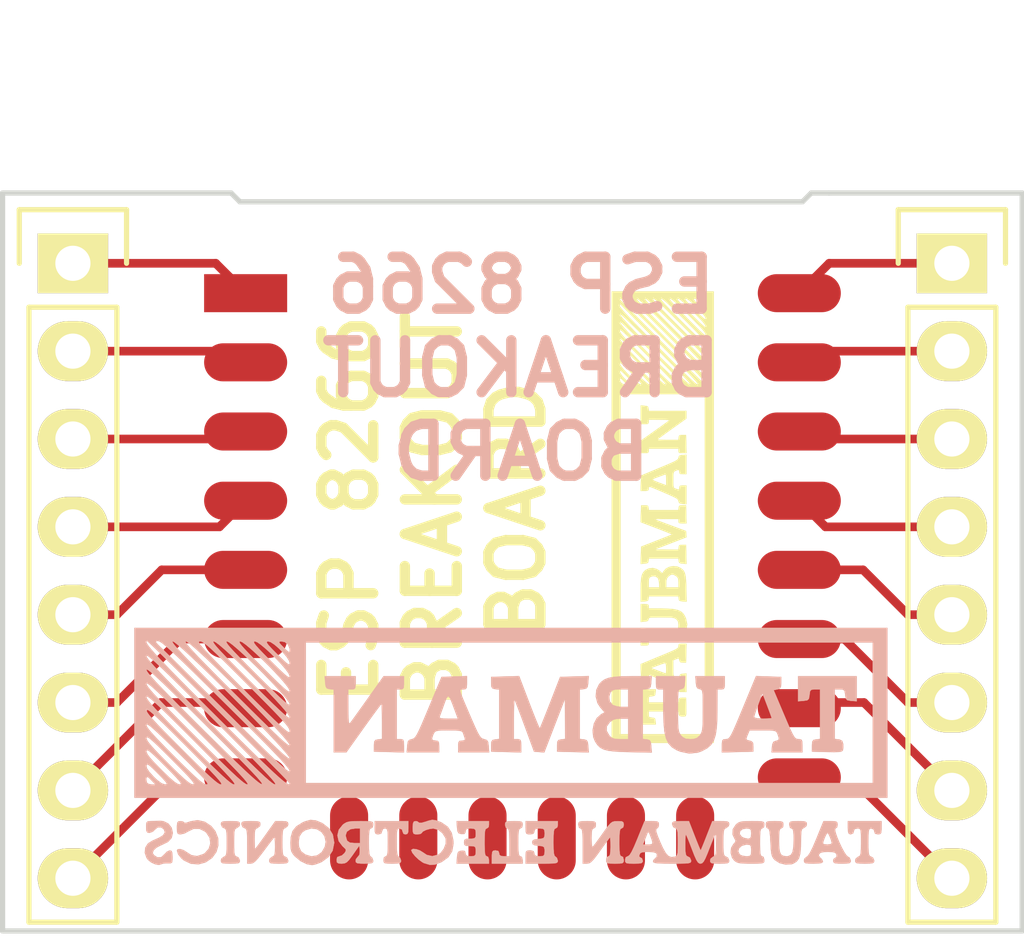
<source format=kicad_pcb>
(kicad_pcb (version 4) (host pcbnew 4.0.2-stable)

  (general
    (links 16)
    (no_connects 0)
    (area 140.132999 102.032999 169.747001 123.519001)
    (thickness 1.6)
    (drawings 11)
    (tracks 40)
    (zones 0)
    (modules 6)
    (nets 23)
  )

  (page A4)
  (layers
    (0 F.Cu signal)
    (31 B.Cu signal)
    (32 B.Adhes user)
    (33 F.Adhes user)
    (34 B.Paste user)
    (35 F.Paste user)
    (36 B.SilkS user)
    (37 F.SilkS user hide)
    (38 B.Mask user)
    (39 F.Mask user)
    (40 Dwgs.User user)
    (41 Cmts.User user)
    (42 Eco1.User user)
    (43 Eco2.User user)
    (44 Edge.Cuts user)
    (45 Margin user)
    (46 B.CrtYd user)
    (47 F.CrtYd user)
    (48 B.Fab user)
    (49 F.Fab user)
  )

  (setup
    (last_trace_width 0.25)
    (trace_clearance 0.2)
    (zone_clearance 0.508)
    (zone_45_only no)
    (trace_min 0.2)
    (segment_width 0.2)
    (edge_width 0.15)
    (via_size 0.6)
    (via_drill 0.4)
    (via_min_size 0.4)
    (via_min_drill 0.3)
    (uvia_size 0.3)
    (uvia_drill 0.1)
    (uvias_allowed no)
    (uvia_min_size 0.2)
    (uvia_min_drill 0.1)
    (pcb_text_width 0.3)
    (pcb_text_size 1.5 1.5)
    (mod_edge_width 0.15)
    (mod_text_size 1 1)
    (mod_text_width 0.15)
    (pad_size 1.524 1.524)
    (pad_drill 0.762)
    (pad_to_mask_clearance 0.2)
    (aux_axis_origin 0 0)
    (visible_elements FFFFFF7F)
    (pcbplotparams
      (layerselection 0x030f0_80000001)
      (usegerberextensions false)
      (excludeedgelayer true)
      (linewidth 0.100000)
      (plotframeref false)
      (viasonmask false)
      (mode 1)
      (useauxorigin false)
      (hpglpennumber 1)
      (hpglpenspeed 20)
      (hpglpendiameter 15)
      (hpglpenoverlay 2)
      (psnegative false)
      (psa4output false)
      (plotreference true)
      (plotvalue true)
      (plotinvisibletext false)
      (padsonsilk false)
      (subtractmaskfromsilk false)
      (outputformat 1)
      (mirror false)
      (drillshape 0)
      (scaleselection 1)
      (outputdirectory /Volumes/Jumbo/Users/gtaubman/clock2/boards/esp8266_breakout/gerbers/))
  )

  (net 0 "")
  (net 1 "Net-(P1-Pad1)")
  (net 2 "Net-(P1-Pad2)")
  (net 3 "Net-(P1-Pad3)")
  (net 4 "Net-(P1-Pad4)")
  (net 5 "Net-(P1-Pad5)")
  (net 6 "Net-(P1-Pad6)")
  (net 7 "Net-(P1-Pad7)")
  (net 8 "Net-(P1-Pad8)")
  (net 9 "Net-(P2-Pad1)")
  (net 10 "Net-(P2-Pad2)")
  (net 11 "Net-(P2-Pad3)")
  (net 12 "Net-(P2-Pad4)")
  (net 13 "Net-(P2-Pad5)")
  (net 14 "Net-(P2-Pad6)")
  (net 15 "Net-(P2-Pad7)")
  (net 16 "Net-(P2-Pad8)")
  (net 17 "Net-(U1-Pad9)")
  (net 18 "Net-(U1-Pad10)")
  (net 19 "Net-(U1-Pad11)")
  (net 20 "Net-(U1-Pad12)")
  (net 21 "Net-(U1-Pad13)")
  (net 22 "Net-(U1-Pad14)")

  (net_class Default "This is the default net class."
    (clearance 0.2)
    (trace_width 0.25)
    (via_dia 0.6)
    (via_drill 0.4)
    (uvia_dia 0.3)
    (uvia_drill 0.1)
    (add_net "Net-(P1-Pad1)")
    (add_net "Net-(P1-Pad2)")
    (add_net "Net-(P1-Pad3)")
    (add_net "Net-(P1-Pad4)")
    (add_net "Net-(P1-Pad5)")
    (add_net "Net-(P1-Pad6)")
    (add_net "Net-(P1-Pad7)")
    (add_net "Net-(P1-Pad8)")
    (add_net "Net-(P2-Pad1)")
    (add_net "Net-(P2-Pad2)")
    (add_net "Net-(P2-Pad3)")
    (add_net "Net-(P2-Pad4)")
    (add_net "Net-(P2-Pad5)")
    (add_net "Net-(P2-Pad6)")
    (add_net "Net-(P2-Pad7)")
    (add_net "Net-(P2-Pad8)")
    (add_net "Net-(U1-Pad10)")
    (add_net "Net-(U1-Pad11)")
    (add_net "Net-(U1-Pad12)")
    (add_net "Net-(U1-Pad13)")
    (add_net "Net-(U1-Pad14)")
    (add_net "Net-(U1-Pad9)")
  )

  (module ESP8266:ESP-12E (layer F.Cu) (tedit 57982B4A) (tstamp 5797F89A)
    (at 147.2311 105.0036)
    (descr "Module, ESP-8266, ESP-12, 16 pad, SMD")
    (tags "Module ESP-8266 ESP8266")
    (path /5797F74C)
    (fp_text reference U1 (at 7.7089 0.4064) (layer F.SilkS) hide
      (effects (font (size 1 1) (thickness 0.15)))
    )
    (fp_text value ESP-12 (at 3.8989 6.7564 90) (layer F.SilkS) hide
      (effects (font (size 1 1) (thickness 0.15)))
    )
    (fp_line (start 16 -8.4) (end 0 -2.6) (layer F.CrtYd) (width 0.1524))
    (fp_line (start 0 -8.4) (end 16 -2.6) (layer F.CrtYd) (width 0.1524))
    (fp_text user "No Copper" (at 7.9 -5.4) (layer F.CrtYd)
      (effects (font (size 1 1) (thickness 0.15)))
    )
    (fp_line (start 0 -8.4) (end 0 -2.6) (layer F.CrtYd) (width 0.1524))
    (fp_line (start 0 -2.6) (end 16 -2.6) (layer F.CrtYd) (width 0.1524))
    (fp_line (start 16 -2.6) (end 16 -8.4) (layer F.CrtYd) (width 0.1524))
    (fp_line (start 16 -8.4) (end 0 -8.4) (layer F.CrtYd) (width 0.1524))
    (fp_line (start 16 -8.4) (end 16 15.6) (layer F.Fab) (width 0.1524))
    (fp_line (start 16 15.6) (end 0 15.6) (layer F.Fab) (width 0.1524))
    (fp_line (start 0 15.6) (end 0 -8.4) (layer F.Fab) (width 0.1524))
    (fp_line (start 0 -8.4) (end 16 -8.4) (layer F.Fab) (width 0.1524))
    (pad 9 smd oval (at 2.99 15.75 90) (size 2.4 1.1) (layers F.Cu F.Paste F.Mask)
      (net 17 "Net-(U1-Pad9)"))
    (pad 10 smd oval (at 4.99 15.75 90) (size 2.4 1.1) (layers F.Cu F.Paste F.Mask)
      (net 18 "Net-(U1-Pad10)"))
    (pad 11 smd oval (at 6.99 15.75 90) (size 2.4 1.1) (layers F.Cu F.Paste F.Mask)
      (net 19 "Net-(U1-Pad11)"))
    (pad 12 smd oval (at 8.99 15.75 90) (size 2.4 1.1) (layers F.Cu F.Paste F.Mask)
      (net 20 "Net-(U1-Pad12)"))
    (pad 13 smd oval (at 10.99 15.75 90) (size 2.4 1.1) (layers F.Cu F.Paste F.Mask)
      (net 21 "Net-(U1-Pad13)"))
    (pad 14 smd oval (at 12.99 15.75 90) (size 2.4 1.1) (layers F.Cu F.Paste F.Mask)
      (net 22 "Net-(U1-Pad14)"))
    (pad 1 smd rect (at 0 0) (size 2.4 1.1) (layers F.Cu F.Paste F.Mask)
      (net 1 "Net-(P1-Pad1)"))
    (pad 2 smd oval (at 0 2) (size 2.4 1.1) (layers F.Cu F.Paste F.Mask)
      (net 2 "Net-(P1-Pad2)"))
    (pad 3 smd oval (at 0 4) (size 2.4 1.1) (layers F.Cu F.Paste F.Mask)
      (net 3 "Net-(P1-Pad3)"))
    (pad 4 smd oval (at 0 6) (size 2.4 1.1) (layers F.Cu F.Paste F.Mask)
      (net 4 "Net-(P1-Pad4)"))
    (pad 5 smd oval (at 0 8) (size 2.4 1.1) (layers F.Cu F.Paste F.Mask)
      (net 5 "Net-(P1-Pad5)"))
    (pad 6 smd oval (at 0 10) (size 2.4 1.1) (layers F.Cu F.Paste F.Mask)
      (net 6 "Net-(P1-Pad6)"))
    (pad 7 smd oval (at 0 12) (size 2.4 1.1) (layers F.Cu F.Paste F.Mask)
      (net 7 "Net-(P1-Pad7)"))
    (pad 8 smd oval (at 0 14) (size 2.4 1.1) (layers F.Cu F.Paste F.Mask)
      (net 8 "Net-(P1-Pad8)"))
    (pad 15 smd oval (at 16 14) (size 2.4 1.1) (layers F.Cu F.Paste F.Mask)
      (net 16 "Net-(P2-Pad8)"))
    (pad 16 smd oval (at 16 12) (size 2.4 1.1) (layers F.Cu F.Paste F.Mask)
      (net 15 "Net-(P2-Pad7)"))
    (pad 17 smd oval (at 16 10) (size 2.4 1.1) (layers F.Cu F.Paste F.Mask)
      (net 14 "Net-(P2-Pad6)"))
    (pad 18 smd oval (at 16 8) (size 2.4 1.1) (layers F.Cu F.Paste F.Mask)
      (net 13 "Net-(P2-Pad5)"))
    (pad 19 smd oval (at 16 6) (size 2.4 1.1) (layers F.Cu F.Paste F.Mask)
      (net 12 "Net-(P2-Pad4)"))
    (pad 20 smd oval (at 16 4) (size 2.4 1.1) (layers F.Cu F.Paste F.Mask)
      (net 11 "Net-(P2-Pad3)"))
    (pad 21 smd oval (at 16 2) (size 2.4 1.1) (layers F.Cu F.Paste F.Mask)
      (net 10 "Net-(P2-Pad2)"))
    (pad 22 smd oval (at 16 0) (size 2.4 1.1) (layers F.Cu F.Paste F.Mask)
      (net 9 "Net-(P2-Pad1)"))
    (model ${ESPLIB}/ESP8266.3dshapes/ESP-12.wrl
      (at (xyz 0.04 0 0))
      (scale (xyz 0.3937 0.3937 0.3937))
      (rotate (xyz 0 0 0))
    )
  )

  (module Pin_Headers:Pin_Header_Straight_1x08 (layer F.Cu) (tedit 579820A6) (tstamp 5797F874)
    (at 142.24 104.14)
    (descr "Through hole pin header")
    (tags "pin header")
    (path /5797F789)
    (fp_text reference P1 (at 2.794 18.034) (layer F.SilkS) hide
      (effects (font (size 1 1) (thickness 0.15)))
    )
    (fp_text value CONN_01X08 (at 0 -2.54) (layer F.Fab) hide
      (effects (font (size 1 1) (thickness 0.15)))
    )
    (fp_line (start -1.75 -1.75) (end -1.75 19.55) (layer F.CrtYd) (width 0.05))
    (fp_line (start 1.75 -1.75) (end 1.75 19.55) (layer F.CrtYd) (width 0.05))
    (fp_line (start -1.75 -1.75) (end 1.75 -1.75) (layer F.CrtYd) (width 0.05))
    (fp_line (start -1.75 19.55) (end 1.75 19.55) (layer F.CrtYd) (width 0.05))
    (fp_line (start 1.27 1.27) (end 1.27 19.05) (layer F.SilkS) (width 0.15))
    (fp_line (start 1.27 19.05) (end -1.27 19.05) (layer F.SilkS) (width 0.15))
    (fp_line (start -1.27 19.05) (end -1.27 1.27) (layer F.SilkS) (width 0.15))
    (fp_line (start 1.55 -1.55) (end 1.55 0) (layer F.SilkS) (width 0.15))
    (fp_line (start 1.27 1.27) (end -1.27 1.27) (layer F.SilkS) (width 0.15))
    (fp_line (start -1.55 0) (end -1.55 -1.55) (layer F.SilkS) (width 0.15))
    (fp_line (start -1.55 -1.55) (end 1.55 -1.55) (layer F.SilkS) (width 0.15))
    (pad 1 thru_hole rect (at 0 0) (size 2.032 1.7272) (drill 1.016) (layers *.Cu *.Mask F.SilkS)
      (net 1 "Net-(P1-Pad1)"))
    (pad 2 thru_hole oval (at 0 2.54) (size 2.032 1.7272) (drill 1.016) (layers *.Cu *.Mask F.SilkS)
      (net 2 "Net-(P1-Pad2)"))
    (pad 3 thru_hole oval (at 0 5.08) (size 2.032 1.7272) (drill 1.016) (layers *.Cu *.Mask F.SilkS)
      (net 3 "Net-(P1-Pad3)"))
    (pad 4 thru_hole oval (at 0 7.62) (size 2.032 1.7272) (drill 1.016) (layers *.Cu *.Mask F.SilkS)
      (net 4 "Net-(P1-Pad4)"))
    (pad 5 thru_hole oval (at 0 10.16) (size 2.032 1.7272) (drill 1.016) (layers *.Cu *.Mask F.SilkS)
      (net 5 "Net-(P1-Pad5)"))
    (pad 6 thru_hole oval (at 0 12.7) (size 2.032 1.7272) (drill 1.016) (layers *.Cu *.Mask F.SilkS)
      (net 6 "Net-(P1-Pad6)"))
    (pad 7 thru_hole oval (at 0 15.24) (size 2.032 1.7272) (drill 1.016) (layers *.Cu *.Mask F.SilkS)
      (net 7 "Net-(P1-Pad7)"))
    (pad 8 thru_hole oval (at 0 17.78) (size 2.032 1.7272) (drill 1.016) (layers *.Cu *.Mask F.SilkS)
      (net 8 "Net-(P1-Pad8)"))
    (model Pin_Headers.3dshapes/Pin_Header_Straight_1x08.wrl
      (at (xyz 0 -0.35 0))
      (scale (xyz 1 1 1))
      (rotate (xyz 0 0 90))
    )
  )

  (module Pin_Headers:Pin_Header_Straight_1x08 (layer F.Cu) (tedit 579820A9) (tstamp 5797F880)
    (at 167.64 104.14)
    (descr "Through hole pin header")
    (tags "pin header")
    (path /5797F76E)
    (fp_text reference P2 (at -3.048 18.034) (layer F.SilkS) hide
      (effects (font (size 1 1) (thickness 0.15)))
    )
    (fp_text value CONN_01X08 (at 0 -3.1) (layer F.Fab) hide
      (effects (font (size 1 1) (thickness 0.15)))
    )
    (fp_line (start -1.75 -1.75) (end -1.75 19.55) (layer F.CrtYd) (width 0.05))
    (fp_line (start 1.75 -1.75) (end 1.75 19.55) (layer F.CrtYd) (width 0.05))
    (fp_line (start -1.75 -1.75) (end 1.75 -1.75) (layer F.CrtYd) (width 0.05))
    (fp_line (start -1.75 19.55) (end 1.75 19.55) (layer F.CrtYd) (width 0.05))
    (fp_line (start 1.27 1.27) (end 1.27 19.05) (layer F.SilkS) (width 0.15))
    (fp_line (start 1.27 19.05) (end -1.27 19.05) (layer F.SilkS) (width 0.15))
    (fp_line (start -1.27 19.05) (end -1.27 1.27) (layer F.SilkS) (width 0.15))
    (fp_line (start 1.55 -1.55) (end 1.55 0) (layer F.SilkS) (width 0.15))
    (fp_line (start 1.27 1.27) (end -1.27 1.27) (layer F.SilkS) (width 0.15))
    (fp_line (start -1.55 0) (end -1.55 -1.55) (layer F.SilkS) (width 0.15))
    (fp_line (start -1.55 -1.55) (end 1.55 -1.55) (layer F.SilkS) (width 0.15))
    (pad 1 thru_hole rect (at 0 0) (size 2.032 1.7272) (drill 1.016) (layers *.Cu *.Mask F.SilkS)
      (net 9 "Net-(P2-Pad1)"))
    (pad 2 thru_hole oval (at 0 2.54) (size 2.032 1.7272) (drill 1.016) (layers *.Cu *.Mask F.SilkS)
      (net 10 "Net-(P2-Pad2)"))
    (pad 3 thru_hole oval (at 0 5.08) (size 2.032 1.7272) (drill 1.016) (layers *.Cu *.Mask F.SilkS)
      (net 11 "Net-(P2-Pad3)"))
    (pad 4 thru_hole oval (at 0 7.62) (size 2.032 1.7272) (drill 1.016) (layers *.Cu *.Mask F.SilkS)
      (net 12 "Net-(P2-Pad4)"))
    (pad 5 thru_hole oval (at 0 10.16) (size 2.032 1.7272) (drill 1.016) (layers *.Cu *.Mask F.SilkS)
      (net 13 "Net-(P2-Pad5)"))
    (pad 6 thru_hole oval (at 0 12.7) (size 2.032 1.7272) (drill 1.016) (layers *.Cu *.Mask F.SilkS)
      (net 14 "Net-(P2-Pad6)"))
    (pad 7 thru_hole oval (at 0 15.24) (size 2.032 1.7272) (drill 1.016) (layers *.Cu *.Mask F.SilkS)
      (net 15 "Net-(P2-Pad7)"))
    (pad 8 thru_hole oval (at 0 17.78) (size 2.032 1.7272) (drill 1.016) (layers *.Cu *.Mask F.SilkS)
      (net 16 "Net-(P2-Pad8)"))
    (model Pin_Headers.3dshapes/Pin_Header_Straight_1x08.wrl
      (at (xyz 0 -0.35 0))
      (scale (xyz 1 1 1))
      (rotate (xyz 0 0 90))
    )
  )

  (module te_logos:te_13mm_width (layer F.Cu) (tedit 0) (tstamp 57A70B96)
    (at 159.258 111.506 90)
    (fp_text reference G*** (at 0 0 90) (layer F.SilkS) hide
      (effects (font (thickness 0.3)))
    )
    (fp_text value LOGO (at 0.75 0 90) (layer F.SilkS) hide
      (effects (font (thickness 0.3)))
    )
    (fp_poly (pts (xy 6.5532 1.4986) (xy -6.5024 1.4986) (xy -6.5024 1.250851) (xy 3.8608 1.250851)
      (xy 3.866431 1.266278) (xy 3.884747 1.266232) (xy 3.888528 1.264238) (xy 4.107491 1.264238)
      (xy 4.11484 1.269999) (xy 4.115016 1.27) (xy 4.12642 1.266061) (xy 4.588995 1.266061)
      (xy 4.597676 1.27) (xy 4.620727 1.26243) (xy 4.622356 1.261365) (xy 4.815916 1.261365)
      (xy 4.822449 1.269677) (xy 4.826317 1.27) (xy 4.850705 1.262201) (xy 4.860952 1.255554)
      (xy 5.044116 1.255554) (xy 5.046312 1.268109) (xy 5.054974 1.27) (xy 5.075244 1.263696)
      (xy 5.285503 1.263696) (xy 5.297806 1.269739) (xy 5.303534 1.27) (xy 5.32762 1.264506)
      (xy 5.521963 1.264506) (xy 5.536336 1.269981) (xy 5.537797 1.27) (xy 5.559847 1.263514)
      (xy 5.746372 1.263514) (xy 5.761691 1.269851) (xy 5.766634 1.27) (xy 5.805281 1.258692)
      (xy 5.81689 1.251042) (xy 5.992603 1.251042) (xy 5.99563 1.266112) (xy 6.019369 1.269991)
      (xy 6.021303 1.27) (xy 6.188095 1.27) (xy 6.257145 1.27) (xy 6.3129 1.25793)
      (xy 6.340245 1.233383) (xy 6.348052 1.175921) (xy 6.345798 1.155315) (xy 6.333485 1.136232)
      (xy 6.305277 1.150654) (xy 6.262697 1.191932) (xy 6.188095 1.27) (xy 6.021303 1.27)
      (xy 6.080838 1.25028) (xy 6.161031 1.189771) (xy 6.219719 1.133621) (xy 6.298202 1.04714)
      (xy 6.338703 0.983819) (xy 6.345851 0.942136) (xy 6.337833 0.921854) (xy 6.318809 0.922445)
      (xy 6.282676 0.948104) (xy 6.22333 1.003026) (xy 6.147435 1.078514) (xy 6.064542 1.163262)
      (xy 6.014252 1.218765) (xy 5.992603 1.251042) (xy 5.81689 1.251042) (xy 5.86069 1.22218)
      (xy 5.937675 1.156574) (xy 6.04105 1.057989) (xy 6.09235 1.006962) (xy 6.202262 0.894311)
      (xy 6.278237 0.810306) (xy 6.324325 0.749866) (xy 6.344574 0.707907) (xy 6.345896 0.688727)
      (xy 6.337919 0.67359) (xy 6.31809 0.676545) (xy 6.281834 0.701284) (xy 6.224579 0.751501)
      (xy 6.141752 0.830889) (xy 6.028778 0.943141) (xy 6.020181 0.951765) (xy 5.906686 1.066534)
      (xy 5.826161 1.15057) (xy 5.775003 1.208397) (xy 5.749608 1.244537) (xy 5.746372 1.263514)
      (xy 5.559847 1.263514) (xy 5.570139 1.260487) (xy 5.618106 1.229603) (xy 5.685801 1.173831)
      (xy 5.77733 1.089652) (xy 5.896795 0.97355) (xy 5.977929 0.892777) (xy 6.111124 0.757921)
      (xy 6.210702 0.653447) (xy 6.280249 0.575142) (xy 6.323347 0.518794) (xy 6.343583 0.48019)
      (xy 6.345911 0.460341) (xy 6.338016 0.447907) (xy 6.317927 0.452369) (xy 6.28178 0.477037)
      (xy 6.225715 0.525221) (xy 6.14587 0.600232) (xy 6.038381 0.705378) (xy 5.90578 0.837564)
      (xy 5.769575 0.974764) (xy 5.666605 1.080446) (xy 5.593614 1.158435) (xy 5.547346 1.212558)
      (xy 5.524548 1.24664) (xy 5.521963 1.264506) (xy 5.32762 1.264506) (xy 5.331119 1.263708)
      (xy 5.369017 1.242434) (xy 5.421331 1.202577) (xy 5.492163 1.140537) (xy 5.585616 1.052713)
      (xy 5.705793 0.935505) (xy 5.856796 0.785312) (xy 5.863564 0.778539) (xy 6.019096 0.621705)
      (xy 6.140611 0.496375) (xy 6.23106 0.399219) (xy 6.293398 0.326902) (xy 6.330578 0.276093)
      (xy 6.345554 0.243458) (xy 6.345919 0.234286) (xy 6.337252 0.225088) (xy 6.314589 0.233313)
      (xy 6.274637 0.261849) (xy 6.214104 0.313587) (xy 6.129697 0.391416) (xy 6.018125 0.498226)
      (xy 5.876093 0.636905) (xy 5.78589 0.725747) (xy 5.629738 0.88033) (xy 5.507006 1.003138)
      (xy 5.414576 1.09769) (xy 5.349328 1.167503) (xy 5.308146 1.216096) (xy 5.28791 1.246988)
      (xy 5.285503 1.263696) (xy 5.075244 1.263696) (xy 5.081078 1.261882) (xy 5.121855 1.235606)
      (xy 5.180486 1.188286) (xy 5.260152 1.117036) (xy 5.364032 1.01897) (xy 5.495307 0.891201)
      (xy 5.657158 0.730846) (xy 5.736519 0.651582) (xy 5.909978 0.477241) (xy 6.049728 0.334879)
      (xy 6.158684 0.221273) (xy 6.239762 0.1332) (xy 6.29588 0.067436) (xy 6.329951 0.020759)
      (xy 6.344894 -0.010056) (xy 6.345925 -0.022056) (xy 6.338203 -0.031106) (xy 6.317985 -0.024558)
      (xy 6.28223 0.000348) (xy 6.227895 0.046373) (xy 6.151938 0.116276) (xy 6.051318 0.212818)
      (xy 5.922992 0.338759) (xy 5.763919 0.496859) (xy 5.664379 0.596362) (xy 5.488561 0.772863)
      (xy 5.346362 0.916893) (xy 5.235052 1.031467) (xy 5.151902 1.119603) (xy 5.094182 1.184319)
      (xy 5.059163 1.22863) (xy 5.044116 1.255554) (xy 4.860952 1.255554) (xy 4.889529 1.237019)
      (xy 4.9457 1.191778) (xy 5.022125 1.1238) (xy 5.121712 1.030407) (xy 5.24737 0.908923)
      (xy 5.402006 0.756669) (xy 5.58853 0.570969) (xy 5.622193 0.537308) (xy 5.812045 0.346738)
      (xy 5.968099 0.188558) (xy 6.093057 0.059825) (xy 6.189621 -0.042403) (xy 6.260494 -0.121067)
      (xy 6.308377 -0.179109) (xy 6.335974 -0.219473) (xy 6.345987 -0.245098) (xy 6.345928 -0.250604)
      (xy 6.338278 -0.258598) (xy 6.31807 -0.25136) (xy 6.282505 -0.226313) (xy 6.228783 -0.18088)
      (xy 6.154105 -0.112484) (xy 6.055672 -0.018548) (xy 5.930684 0.103507) (xy 5.776341 0.256256)
      (xy 5.589845 0.442277) (xy 5.550053 0.482087) (xy 5.358021 0.674716) (xy 5.199737 0.834585)
      (xy 5.072653 0.964472) (xy 4.974215 1.067152) (xy 4.901874 1.145405) (xy 4.853078 1.202006)
      (xy 4.825276 1.239734) (xy 4.815916 1.261365) (xy 4.622356 1.261365) (xy 4.658038 1.238048)
      (xy 4.712303 1.194349) (xy 4.786216 1.128824) (xy 4.882471 1.038968) (xy 5.003762 0.922272)
      (xy 5.152783 0.776231) (xy 5.332228 0.598336) (xy 5.507873 0.423027) (xy 5.712924 0.217374)
      (xy 5.884089 0.044419) (xy 6.023899 -0.098559) (xy 6.134882 -0.214283) (xy 6.219566 -0.305475)
      (xy 6.28048 -0.374858) (xy 6.320155 -0.425154) (xy 6.341117 -0.459086) (xy 6.345931 -0.479166)
      (xy 6.338345 -0.486302) (xy 6.318163 -0.478491) (xy 6.282779 -0.453309) (xy 6.229586 -0.408329)
      (xy 6.155976 -0.341126) (xy 6.059344 -0.249274) (xy 5.937082 -0.130348) (xy 5.786584 0.018078)
      (xy 5.605242 0.19843) (xy 5.435734 0.367806) (xy 5.228639 0.575431) (xy 5.055403 0.750066)
      (xy 4.913625 0.894297) (xy 4.8009 1.010712) (xy 4.714827 1.101896) (xy 4.653003 1.170436)
      (xy 4.613024 1.218919) (xy 4.592489 1.249932) (xy 4.588995 1.266061) (xy 4.12642 1.266061)
      (xy 4.136003 1.262751) (xy 4.14352 1.257758) (xy 4.339584 1.257758) (xy 4.345914 1.264443)
      (xy 4.347794 1.264335) (xy 4.373021 1.253414) (xy 4.415903 1.222806) (xy 4.478686 1.170412)
      (xy 4.563615 1.094133) (xy 4.672936 0.99187) (xy 4.808895 0.861525) (xy 4.973737 0.700999)
      (xy 5.169709 0.508193) (xy 5.384251 0.295709) (xy 5.606451 0.074613) (xy 5.794426 -0.113592)
      (xy 5.95047 -0.271333) (xy 6.076876 -0.401035) (xy 6.175937 -0.505121) (xy 6.249946 -0.586017)
      (xy 6.301196 -0.646148) (xy 6.331981 -0.687939) (xy 6.344592 -0.713814) (xy 6.345057 -0.720291)
      (xy 6.337111 -0.725971) (xy 6.315347 -0.715891) (xy 6.277394 -0.687837) (xy 6.220881 -0.639592)
      (xy 6.143435 -0.568939) (xy 6.042686 -0.473662) (xy 5.916261 -0.351546) (xy 5.76179 -0.200372)
      (xy 5.5769 -0.017926) (xy 5.35922 0.198009) (xy 5.3086 0.248335) (xy 5.084 0.472081)
      (xy 4.893638 0.66264) (xy 4.735366 0.822279) (xy 4.607043 0.953264) (xy 4.506522 1.057864)
      (xy 4.431661 1.138345) (xy 4.380313 1.196977) (xy 4.350336 1.236025) (xy 4.339584 1.257758)
      (xy 4.14352 1.257758) (xy 4.170982 1.239518) (xy 4.222314 1.198068) (xy 4.292361 1.136171)
      (xy 4.383484 1.051594) (xy 4.498045 0.942106) (xy 4.638404 0.805475) (xy 4.806924 0.63947)
      (xy 5.005965 0.44186) (xy 5.237889 0.210411) (xy 5.266545 0.181755) (xy 5.500699 -0.052848)
      (xy 5.700807 -0.254291) (xy 5.86912 -0.424958) (xy 6.007887 -0.567231) (xy 6.119358 -0.683493)
      (xy 6.205782 -0.776129) (xy 6.269409 -0.847521) (xy 6.312489 -0.900052) (xy 6.337272 -0.936106)
      (xy 6.346007 -0.958066) (xy 6.345934 -0.961712) (xy 6.338465 -0.967462) (xy 6.318362 -0.958706)
      (xy 6.283323 -0.933267) (xy 6.231043 -0.888967) (xy 6.159221 -0.823632) (xy 6.065553 -0.735084)
      (xy 5.947735 -0.621146) (xy 5.803466 -0.479643) (xy 5.630441 -0.308397) (xy 5.426358 -0.105233)
      (xy 5.194405 0.126533) (xy 4.958407 0.362961) (xy 4.756453 0.566037) (xy 4.586386 0.738046)
      (xy 4.446047 0.881274) (xy 4.333279 0.998006) (xy 4.245925 1.090529) (xy 4.181827 1.161128)
      (xy 4.138827 1.212089) (xy 4.114767 1.245697) (xy 4.107491 1.264238) (xy 3.888528 1.264238)
      (xy 3.917879 1.24876) (xy 3.967961 1.211909) (xy 4.037124 1.153726) (xy 4.1275 1.072256)
      (xy 4.241221 0.965546) (xy 4.380421 0.831643) (xy 4.547231 0.668594) (xy 4.743783 0.474444)
      (xy 4.97221 0.247241) (xy 5.14975 0.06995) (xy 5.400963 -0.181691) (xy 5.61777 -0.39999)
      (xy 5.802127 -0.587083) (xy 5.95599 -0.745103) (xy 6.081314 -0.876184) (xy 6.180055 -0.982461)
      (xy 6.254169 -1.066068) (xy 6.305611 -1.129139) (xy 6.336338 -1.173808) (xy 6.348303 -1.20221)
      (xy 6.343465 -1.216479) (xy 6.331047 -1.219201) (xy 6.310065 -1.201743) (xy 6.256909 -1.151746)
      (xy 6.175143 -1.072774) (xy 6.068331 -0.968389) (xy 5.940037 -0.842157) (xy 5.793824 -0.697639)
      (xy 5.633257 -0.538401) (xy 5.4619 -0.368006) (xy 5.283316 -0.190017) (xy 5.10107 -0.007999)
      (xy 4.918726 0.174486) (xy 4.739847 0.353873) (xy 4.567997 0.526599) (xy 4.406742 0.6891)
      (xy 4.259643 0.837813) (xy 4.130266 0.969173) (xy 4.022174 1.079618) (xy 3.938931 1.165582)
      (xy 3.884102 1.223504) (xy 3.86125 1.249818) (xy 3.8608 1.250851) (xy -6.5024 1.250851)
      (xy -6.5024 -1.1938) (xy -6.2484 -1.1938) (xy -6.2484 1.2446) (xy 3.5814 1.2446)
      (xy 3.5814 1.036489) (xy 3.8608 1.036489) (xy 3.865814 1.04545) (xy 3.882506 1.040779)
      (xy 3.913343 1.020181) (xy 3.960797 0.981363) (xy 4.027336 0.922031) (xy 4.115432 0.83989)
      (xy 4.227553 0.732648) (xy 4.366169 0.59801) (xy 4.53375 0.433682) (xy 4.732767 0.237371)
      (xy 4.90855 0.063405) (xy 5.103959 -0.13013) (xy 5.291914 -0.316176) (xy 5.468713 -0.491077)
      (xy 5.630658 -0.651178) (xy 5.774047 -0.792824) (xy 5.895181 -0.912358) (xy 5.99036 -1.006127)
      (xy 6.055884 -1.070473) (xy 6.082997 -1.096895) (xy 6.14818 -1.160812) (xy 6.180126 -1.197386)
      (xy 6.18245 -1.214236) (xy 6.15877 -1.218983) (xy 6.141035 -1.2192) (xy 6.121089 -1.213828)
      (xy 6.090782 -1.196102) (xy 6.047532 -1.163615) (xy 5.988754 -1.113955) (xy 5.911865 -1.044714)
      (xy 5.81428 -0.953482) (xy 5.693417 -0.837848) (xy 5.546691 -0.695403) (xy 5.371519 -0.523737)
      (xy 5.165317 -0.320441) (xy 4.966587 -0.123811) (xy 4.730347 0.110591) (xy 4.528237 0.312039)
      (xy 4.357941 0.482966) (xy 4.217141 0.625804) (xy 4.103519 0.742984) (xy 4.014757 0.836939)
      (xy 3.948538 0.9101) (xy 3.902543 0.9649) (xy 3.874456 1.00377) (xy 3.861958 1.029143)
      (xy 3.8608 1.036489) (xy 3.5814 1.036489) (xy 3.5814 0.812561) (xy 3.8608 0.812561)
      (xy 3.866364 0.820697) (xy 3.884655 0.814088) (xy 3.918074 0.790483) (xy 3.969018 0.747629)
      (xy 4.039887 0.683276) (xy 4.133081 0.595172) (xy 4.250998 0.481065) (xy 4.396037 0.338704)
      (xy 4.570597 0.165838) (xy 4.777078 -0.039786) (xy 4.902676 -0.165217) (xy 5.127471 -0.39023)
      (xy 5.318286 -0.582074) (xy 5.477393 -0.743165) (xy 5.607064 -0.875921) (xy 5.709571 -0.98276)
      (xy 5.787185 -1.066099) (xy 5.842179 -1.128356) (xy 5.876824 -1.171948) (xy 5.893393 -1.199293)
      (xy 5.894156 -1.212809) (xy 5.889331 -1.215134) (xy 5.858959 -1.199526) (xy 5.797548 -1.151143)
      (xy 5.709102 -1.073989) (xy 5.597624 -0.972065) (xy 5.467119 -0.849374) (xy 5.321592 -0.709919)
      (xy 5.165047 -0.557703) (xy 5.001487 -0.396729) (xy 4.834918 -0.230998) (xy 4.669343 -0.064513)
      (xy 4.508767 0.098722) (xy 4.357194 0.254706) (xy 4.218629 0.399435) (xy 4.097075 0.528908)
      (xy 3.996537 0.63912) (xy 3.921019 0.726071) (xy 3.874525 0.785757) (xy 3.8608 0.812561)
      (xy 3.5814 0.812561) (xy 3.5814 0.583931) (xy 3.8608 0.583931) (xy 3.866294 0.592874)
      (xy 3.884477 0.586876) (xy 3.917898 0.563563) (xy 3.969105 0.520562) (xy 4.040649 0.4555)
      (xy 4.135079 0.366005) (xy 4.254943 0.249703) (xy 4.402791 0.104221) (xy 4.581172 -0.072814)
      (xy 4.78839 -0.279531) (xy 4.999303 -0.49069) (xy 5.176325 -0.668867) (xy 5.321848 -0.816632)
      (xy 5.438271 -0.936555) (xy 5.527987 -1.031203) (xy 5.593392 -1.103147) (xy 5.636881 -1.154954)
      (xy 5.660851 -1.189195) (xy 5.667696 -1.208439) (xy 5.660758 -1.215132) (xy 5.629617 -1.199647)
      (xy 5.567816 -1.151534) (xy 5.479619 -1.075057) (xy 5.369292 -0.974478) (xy 5.241099 -0.854061)
      (xy 5.099305 -0.718067) (xy 4.948176 -0.570759) (xy 4.791976 -0.416401) (xy 4.63497 -0.259255)
      (xy 4.481423 -0.103584) (xy 4.335599 0.046349) (xy 4.201765 0.186282) (xy 4.084184 0.311952)
      (xy 3.987121 0.419096) (xy 3.914842 0.503451) (xy 3.871611 0.560754) (xy 3.8608 0.583931)
      (xy 3.5814 0.583931) (xy 3.5814 0.342589) (xy 3.8608 0.342589) (xy 3.863264 0.358165)
      (xy 3.872662 0.363744) (xy 3.892004 0.356602) (xy 3.924296 0.334016) (xy 3.972547 0.29326)
      (xy 4.039766 0.231611) (xy 4.128961 0.146345) (xy 4.243141 0.034739) (xy 4.385312 -0.105933)
      (xy 4.558485 -0.278394) (xy 4.674104 -0.393849) (xy 4.866547 -0.586377) (xy 5.02562 -0.746228)
      (xy 5.154078 -0.87644) (xy 5.254678 -0.980051) (xy 5.330177 -1.060096) (xy 5.383332 -1.119614)
      (xy 5.416898 -1.161642) (xy 5.433633 -1.189217) (xy 5.436293 -1.205376) (xy 5.427634 -1.213156)
      (xy 5.419297 -1.214934) (xy 5.398729 -1.21344) (xy 5.371904 -1.202297) (xy 5.335409 -1.178418)
      (xy 5.285833 -1.138711) (xy 5.219764 -1.080088) (xy 5.13379 -0.99946) (xy 5.0245 -0.893737)
      (xy 4.888481 -0.759829) (xy 4.722323 -0.594648) (xy 4.605993 -0.478495) (xy 4.419827 -0.292018)
      (xy 4.266807 -0.137677) (xy 4.143813 -0.012035) (xy 4.047727 0.088346) (xy 3.975427 0.166904)
      (xy 3.923795 0.227074) (xy 3.88971 0.272295) (xy 3.870054 0.306004) (xy 3.861707 0.331638)
      (xy 3.8608 0.342589) (xy 3.5814 0.342589) (xy 3.5814 0.101233) (xy 3.8608 0.101233)
      (xy 3.866073 0.11247) (xy 3.883884 0.108174) (xy 3.917221 0.085638) (xy 3.96907 0.042152)
      (xy 4.042419 -0.02499) (xy 4.140256 -0.118497) (xy 4.265567 -0.241076) (xy 4.42134 -0.395435)
      (xy 4.547134 -0.520877) (xy 4.725568 -0.699634) (xy 4.87034 -0.845966) (xy 4.984189 -0.962886)
      (xy 5.069853 -1.053404) (xy 5.13007 -1.120534) (xy 5.167578 -1.167286) (xy 5.185115 -1.196674)
      (xy 5.185418 -1.211707) (xy 5.178248 -1.215126) (xy 5.144851 -1.199985) (xy 5.081966 -1.152614)
      (xy 4.994632 -1.078049) (xy 4.887888 -0.981323) (xy 4.766772 -0.867472) (xy 4.636324 -0.741529)
      (xy 4.501581 -0.60853) (xy 4.367583 -0.473508) (xy 4.239368 -0.341498) (xy 4.121974 -0.217535)
      (xy 4.020441 -0.106652) (xy 3.939807 -0.013886) (xy 3.885111 0.055731) (xy 3.861391 0.097163)
      (xy 3.8608 0.101233) (xy 3.5814 0.101233) (xy 3.5814 -0.127445) (xy 3.8608 -0.127445)
      (xy 3.865906 -0.11467) (xy 3.88342 -0.117855) (xy 3.916632 -0.13992) (xy 3.968834 -0.183788)
      (xy 4.043317 -0.252379) (xy 4.143371 -0.348614) (xy 4.272288 -0.475414) (xy 4.432868 -0.635212)
      (xy 4.59389 -0.796612) (xy 4.721392 -0.925977) (xy 4.818332 -1.026626) (xy 4.887669 -1.10188)
      (xy 4.932362 -1.155056) (xy 4.955369 -1.189476) (xy 4.959649 -1.208458) (xy 4.949719 -1.215122)
      (xy 4.914743 -1.200206) (xy 4.851158 -1.15331) (xy 4.76455 -1.080015) (xy 4.66051 -0.985904)
      (xy 4.544625 -0.876559) (xy 4.422486 -0.757563) (xy 4.29968 -0.634499) (xy 4.181797 -0.512948)
      (xy 4.074425 -0.398494) (xy 3.983154 -0.296718) (xy 3.913572 -0.213204) (xy 3.871268 -0.153534)
      (xy 3.8608 -0.127445) (xy 3.5814 -0.127445) (xy 3.5814 -0.356163) (xy 3.8608 -0.356163)
      (xy 3.865663 -0.341343) (xy 3.882728 -0.343092) (xy 3.915702 -0.364598) (xy 3.968295 -0.409048)
      (xy 4.044217 -0.479629) (xy 4.147176 -0.57953) (xy 4.280882 -0.711936) (xy 4.31862 -0.749565)
      (xy 4.460372 -0.891767) (xy 4.568771 -1.002474) (xy 4.647057 -1.085428) (xy 4.698467 -1.144373)
      (xy 4.726239 -1.183055) (xy 4.73361 -1.205216) (xy 4.723818 -1.214601) (xy 4.721226 -1.215114)
      (xy 4.684053 -1.200494) (xy 4.619576 -1.154196) (xy 4.534161 -1.082577) (xy 4.43418 -0.991996)
      (xy 4.325999 -0.888809) (xy 4.215987 -0.779375) (xy 4.110514 -0.670052) (xy 4.015947 -0.567197)
      (xy 3.938656 -0.477168) (xy 3.885009 -0.406322) (xy 3.861375 -0.361018) (xy 3.8608 -0.356163)
      (xy 3.5814 -0.356163) (xy 3.5814 -0.6104) (xy 3.8608 -0.6104) (xy 3.865223 -0.592251)
      (xy 3.881443 -0.591784) (xy 3.913889 -0.612562) (xy 3.966985 -0.658146) (xy 4.045159 -0.732099)
      (xy 4.152839 -0.837982) (xy 4.191719 -0.876667) (xy 4.308955 -0.994463) (xy 4.39306 -1.081689)
      (xy 4.447681 -1.142819) (xy 4.476462 -1.182328) (xy 4.48305 -1.204692) (xy 4.471091 -1.214384)
      (xy 4.46744 -1.215099) (xy 4.426398 -1.200941) (xy 4.360616 -1.155514) (xy 4.277874 -1.086572)
      (xy 4.185952 -1.001871) (xy 4.092632 -0.909168) (xy 4.005694 -0.816218) (xy 3.932918 -0.730777)
      (xy 3.882085 -0.660601) (xy 3.860976 -0.613444) (xy 3.8608 -0.6104) (xy 3.5814 -0.6104)
      (xy 3.5814 -0.839495) (xy 3.8608 -0.839495) (xy 3.864474 -0.816319) (xy 3.879234 -0.812854)
      (xy 3.910686 -0.833021) (xy 3.964435 -0.880741) (xy 4.046087 -0.959936) (xy 4.07761 -0.991161)
      (xy 4.168369 -1.082595) (xy 4.226179 -1.144957) (xy 4.255141 -1.183927) (xy 4.259358 -1.205188)
      (xy 4.242933 -1.21442) (xy 4.23928 -1.215067) (xy 4.191507 -1.201538) (xy 4.124451 -1.157031)
      (xy 4.048468 -1.09182) (xy 3.973915 -1.016184) (xy 3.911148 -0.9404) (xy 3.870524 -0.874743)
      (xy 3.8608 -0.839495) (xy 3.5814 -0.839495) (xy 3.5814 -1.070409) (xy 3.8608 -1.070409)
      (xy 3.862611 -1.035656) (xy 3.873872 -1.027316) (xy 3.903327 -1.048414) (xy 3.959718 -1.101972)
      (xy 3.963955 -1.106096) (xy 4.020333 -1.162927) (xy 4.043154 -1.194328) (xy 4.036369 -1.209129)
      (xy 4.01266 -1.214892) (xy 3.945326 -1.202534) (xy 3.889787 -1.154454) (xy 3.861732 -1.085581)
      (xy 3.8608 -1.070409) (xy 3.5814 -1.070409) (xy 3.5814 -1.1938) (xy -6.2484 -1.1938)
      (xy -6.5024 -1.1938) (xy -6.5024 -1.4478) (xy 6.5532 -1.4478) (xy 6.5532 1.4986)) (layer F.SilkS) (width 0.01))
    (fp_poly (pts (xy -3.17989 -0.501651) (xy -3.189604 -0.431175) (xy -3.210592 -0.397021) (xy -3.24485 -0.385584)
      (xy -3.267244 -0.380685) (xy -3.282859 -0.368138) (xy -3.292919 -0.340011) (xy -3.298643 -0.288374)
      (xy -3.301253 -0.205294) (xy -3.30197 -0.08284) (xy -3.302 -0.014359) (xy -3.301374 0.13085)
      (xy -3.298733 0.234576) (xy -3.29294 0.306128) (xy -3.282853 0.354814) (xy -3.267335 0.389945)
      (xy -3.249357 0.415674) (xy -3.202121 0.460853) (xy -3.141967 0.4799) (xy -3.0861 0.4826)
      (xy -3.005862 0.475522) (xy -2.952884 0.448191) (xy -2.922844 0.415674) (xy -2.901907 0.384733)
      (xy -2.887355 0.348021) (xy -2.87805 0.29623) (xy -2.87285 0.22005) (xy -2.870617 0.110172)
      (xy -2.8702 -0.014359) (xy -2.870471 -0.156674) (xy -2.872097 -0.256121) (xy -2.876299 -0.320632)
      (xy -2.884298 -0.358137) (xy -2.897316 -0.376569) (xy -2.916573 -0.38386) (xy -2.92735 -0.385584)
      (xy -2.964948 -0.399641) (xy -2.98418 -0.437348) (xy -2.992311 -0.50165) (xy -3.000121 -0.6096)
      (xy -2.4892 -0.6096) (xy -2.4892 -0.4953) (xy -2.491832 -0.424768) (xy -2.504769 -0.391351)
      (xy -2.535573 -0.381437) (xy -2.5527 -0.381) (xy -2.6162 -0.381) (xy -2.616758 -0.00635)
      (xy -2.621139 0.193279) (xy -2.63551 0.34939) (xy -2.662714 0.468762) (xy -2.705595 0.558171)
      (xy -2.766994 0.624394) (xy -2.849756 0.674209) (xy -2.912969 0.6998) (xy -3.069344 0.732438)
      (xy -3.218262 0.715321) (xy -3.2893 0.688829) (xy -3.377141 0.640804) (xy -3.443812 0.583127)
      (xy -3.492032 0.508552) (xy -3.524519 0.409835) (xy -3.543991 0.279731) (xy -3.553167 0.110995)
      (xy -3.554886 -0.01905) (xy -3.556 -0.381) (xy -3.6195 -0.381) (xy -3.658685 -0.385738)
      (xy -3.67725 -0.409025) (xy -3.682758 -0.464471) (xy -3.683 -0.4953) (xy -3.683 -0.6096)
      (xy -3.42754 -0.609601) (xy -3.17208 -0.609601) (xy -3.17989 -0.501651)) (layer F.SilkS) (width 0.01))
    (fp_poly (pts (xy -4.953 -0.174734) (xy -5.04825 -0.182617) (xy -5.111136 -0.191878) (xy -5.139662 -0.216453)
      (xy -5.15026 -0.272772) (xy -5.151384 -0.28575) (xy -5.160272 -0.348189) (xy -5.182851 -0.374902)
      (xy -5.234178 -0.380945) (xy -5.246634 -0.381) (xy -5.334 -0.381) (xy -5.334 0.479225)
      (xy -5.26415 0.487262) (xy -5.219045 0.497866) (xy -5.199096 0.526077) (xy -5.194327 0.587559)
      (xy -5.1943 0.5969) (xy -5.1943 0.6985) (xy -5.455105 0.705743) (xy -5.577753 0.707753)
      (xy -5.658289 0.70503) (xy -5.705255 0.696654) (xy -5.727197 0.681704) (xy -5.730049 0.676139)
      (xy -5.737834 0.624334) (xy -5.735945 0.567295) (xy -5.718569 0.51203) (xy -5.673245 0.489494)
      (xy -5.65785 0.487262) (xy -5.588 0.479225) (xy -5.588 -0.381) (xy -5.675367 -0.381)
      (xy -5.732973 -0.376944) (xy -5.759313 -0.354738) (xy -5.769443 -0.299325) (xy -5.770617 -0.28575)
      (xy -5.779878 -0.222865) (xy -5.804453 -0.194339) (xy -5.860772 -0.183741) (xy -5.87375 -0.182617)
      (xy -5.969 -0.174734) (xy -5.969 -0.6096) (xy -4.953 -0.6096) (xy -4.953 -0.174734)) (layer F.SilkS) (width 0.01))
    (fp_poly (pts (xy -3.998236 -0.064612) (xy -3.925959 0.109404) (xy -3.86984 0.242005) (xy -3.826838 0.338806)
      (xy -3.793912 0.405426) (xy -3.768021 0.44748) (xy -3.746122 0.470585) (xy -3.725176 0.480359)
      (xy -3.702141 0.482417) (xy -3.70205 0.482417) (xy -3.659161 0.486427) (xy -3.638767 0.507293)
      (xy -3.632569 0.558718) (xy -3.6322 0.597759) (xy -3.6322 0.712918) (xy -4.1783 0.6985)
      (xy -4.1783 0.609849) (xy -4.172372 0.547929) (xy -4.146801 0.518711) (xy -4.11038 0.508249)
      (xy -4.066355 0.496604) (xy -4.055481 0.474503) (xy -4.07206 0.425443) (xy -4.077404 0.41275)
      (xy -4.112348 0.3302) (xy -4.342803 0.3302) (xy -4.451988 0.330873) (xy -4.521196 0.334737)
      (xy -4.561248 0.344551) (xy -4.582963 0.36308) (xy -4.597164 0.393085) (xy -4.598029 0.395353)
      (xy -4.619085 0.461717) (xy -4.613773 0.495745) (xy -4.578477 0.51052) (xy -4.56565 0.512583)
      (xy -4.525689 0.528812) (xy -4.506211 0.57218) (xy -4.500617 0.61595) (xy -4.492734 0.7112)
      (xy -5.0292 0.7112) (xy -5.0292 0.5969) (xy -5.026801 0.526531) (xy -5.014007 0.493196)
      (xy -4.982426 0.483167) (xy -4.95932 0.4826) (xy -4.933518 0.480203) (xy -4.910573 0.46879)
      (xy -4.886765 0.442024) (xy -4.858376 0.393567) (xy -4.821684 0.317085) (xy -4.77297 0.20624)
      (xy -4.734785 0.11647) (xy -4.4958 0.11647) (xy -4.472717 0.122024) (xy -4.41272 0.12584)
      (xy -4.3434 0.127) (xy -4.249004 0.122778) (xy -4.200838 0.109564) (xy -4.192485 0.09525)
      (xy -4.201683 0.057603) (xy -4.224714 -0.013498) (xy -4.257015 -0.104155) (xy -4.264792 -0.125023)
      (xy -4.335614 -0.313546) (xy -4.415707 -0.103803) (xy -4.451428 -0.009148) (xy -4.478941 0.065876)
      (xy -4.494106 0.109881) (xy -4.4958 0.11647) (xy -4.734785 0.11647) (xy -4.709552 0.05715)
      (xy -4.529664 -0.3683) (xy -4.595282 -0.38125) (xy -4.638072 -0.396394) (xy -4.656823 -0.429834)
      (xy -4.6609 -0.49555) (xy -4.6609 -0.5969) (xy -4.442736 -0.60418) (xy -4.224571 -0.611459)
      (xy -3.998236 -0.064612)) (layer F.SilkS) (width 0.01))
    (fp_poly (pts (xy -2.070745 -0.6096) (xy -1.898105 -0.607146) (xy -1.767505 -0.59837) (xy -1.67036 -0.581155)
      (xy -1.598083 -0.553385) (xy -1.542089 -0.512941) (xy -1.502865 -0.469553) (xy -1.454438 -0.369797)
      (xy -1.445516 -0.255434) (xy -1.475273 -0.142745) (xy -1.523227 -0.068262) (xy -1.598653 0.017643)
      (xy -1.540227 0.048912) (xy -1.463264 0.116732) (xy -1.412335 0.215206) (xy -1.390722 0.329571)
      (xy -1.401709 0.445059) (xy -1.43431 0.525221) (xy -1.475463 0.585747) (xy -1.522655 0.630698)
      (xy -1.584023 0.662569) (xy -1.667706 0.683859) (xy -1.781841 0.697064) (xy -1.934565 0.704681)
      (xy -2.027224 0.707159) (xy -2.416147 0.715818) (xy -2.408224 0.605559) (xy -2.399701 0.535784)
      (xy -2.380891 0.501837) (xy -2.341951 0.488745) (xy -2.33045 0.487262) (xy -2.2606 0.479225)
      (xy -2.2606 0.127) (xy -2.0066 0.127) (xy -2.0066 0.4826) (xy -1.868744 0.4826)
      (xy -1.783317 0.478969) (xy -1.730034 0.463769) (xy -1.690496 0.430534) (xy -1.678244 0.415674)
      (xy -1.633113 0.334877) (xy -1.636204 0.262375) (xy -1.687895 0.189395) (xy -1.687946 0.189345)
      (xy -1.741002 0.148826) (xy -1.80649 0.130436) (xy -1.878446 0.127) (xy -2.0066 0.127)
      (xy -2.2606 0.127) (xy -2.2606 -0.377626) (xy -2.289923 -0.381) (xy -2.0066 -0.381)
      (xy -2.0066 -0.0762) (xy -1.897952 -0.0762) (xy -1.815267 -0.085416) (xy -1.745422 -0.108298)
      (xy -1.732852 -0.115741) (xy -1.686982 -0.176152) (xy -1.67855 -0.257495) (xy -1.702694 -0.33187)
      (xy -1.729486 -0.361707) (xy -1.777843 -0.376688) (xy -1.861797 -0.380991) (xy -1.867794 -0.381)
      (xy -2.0066 -0.381) (xy -2.289923 -0.381) (xy -2.33045 -0.385663) (xy -2.375176 -0.396526)
      (xy -2.397332 -0.425538) (xy -2.407051 -0.48783) (xy -2.408111 -0.50165) (xy -2.415921 -0.609601)
      (xy -2.070745 -0.6096)) (layer F.SilkS) (width 0.01))
    (fp_poly (pts (xy -0.827465 -0.5969) (xy -0.65564 -0.155125) (xy -0.601082 -0.015569) (xy -0.552702 0.106825)
      (xy -0.513524 0.204511) (xy -0.486578 0.269945) (xy -0.474888 0.295578) (xy -0.474871 0.295596)
      (xy -0.463556 0.275876) (xy -0.437311 0.215652) (xy -0.39902 0.121995) (xy -0.351568 0.001974)
      (xy -0.297838 -0.137339) (xy -0.291723 -0.153393) (xy -0.11752 -0.611326) (xy 0.3683 -0.5969)
      (xy 0.3683 -0.4953) (xy 0.364578 -0.429264) (xy 0.34676 -0.398198) (xy 0.304869 -0.38644)
      (xy 0.29845 -0.385663) (xy 0.2286 -0.377626) (xy 0.2286 0.479225) (xy 0.29845 0.487262)
      (xy 0.343555 0.497866) (xy 0.363504 0.526077) (xy 0.368273 0.587559) (xy 0.3683 0.5969)
      (xy 0.3683 0.6985) (xy 0.10795 0.705738) (xy -0.1524 0.712977) (xy -0.1524 0.597788)
      (xy -0.149816 0.52691) (xy -0.137076 0.493195) (xy -0.106702 0.483079) (xy -0.0889 0.4826)
      (xy -0.0254 0.4826) (xy -0.0254 0.135466) (xy -0.02619 0.010521) (xy -0.028357 -0.092745)
      (xy -0.031597 -0.165537) (xy -0.035609 -0.199062) (xy -0.036967 -0.2001) (xy -0.048993 -0.173692)
      (xy -0.075461 -0.107225) (xy -0.113427 -0.00837) (xy -0.159943 0.115202) (xy -0.211756 0.254983)
      (xy -0.374978 0.6985) (xy -0.463743 0.706195) (xy -0.552509 0.713891) (xy -0.643549 0.477595)
      (xy -0.696639 0.339877) (xy -0.756162 0.185587) (xy -0.811149 0.043156) (xy -0.822915 0.0127)
      (xy -0.91124 -0.2159) (xy -0.91282 0.131662) (xy -0.9144 0.479225) (xy -0.84455 0.487262)
      (xy -0.799445 0.497866) (xy -0.779496 0.526077) (xy -0.774727 0.587559) (xy -0.7747 0.5969)
      (xy -0.7747 0.6985) (xy -1.049254 0.705724) (xy -1.323807 0.712949) (xy -1.315954 0.604124)
      (xy -1.307332 0.534889) (xy -1.288082 0.501378) (xy -1.248183 0.488522) (xy -1.23825 0.487262)
      (xy -1.1684 0.479225) (xy -1.1684 -0.377626) (xy -1.23825 -0.385663) (xy -1.28282 -0.396435)
      (xy -1.304985 -0.425191) (xy -1.314756 -0.486999) (xy -1.315957 -0.502588) (xy -1.323813 -0.611476)
      (xy -0.827465 -0.5969)) (layer F.SilkS) (width 0.01))
    (fp_poly (pts (xy 1.008006 -0.604239) (xy 1.228613 -0.5969) (xy 1.450761 -0.0635) (xy 1.522833 0.108706)
      (xy 1.578898 0.23966) (xy 1.62208 0.335167) (xy 1.6555 0.401034) (xy 1.682282 0.443069)
      (xy 1.705549 0.467078) (xy 1.728422 0.478869) (xy 1.744504 0.482721) (xy 1.790539 0.496948)
      (xy 1.813253 0.528299) (xy 1.823096 0.592651) (xy 1.82391 0.603371) (xy 1.83172 0.7112)
      (xy 1.27 0.7112) (xy 1.27 0.6096) (xy 1.273465 0.54414) (xy 1.289814 0.515046)
      (xy 1.32797 0.508036) (xy 1.3335 0.508) (xy 1.381075 0.500899) (xy 1.394378 0.473095)
      (xy 1.376343 0.414834) (xy 1.367522 0.394895) (xy 1.351132 0.364491) (xy 1.328398 0.3455)
      (xy 1.288394 0.335241) (xy 1.220195 0.331035) (xy 1.112874 0.330201) (xy 1.103785 0.3302)
      (xy 0.991417 0.331447) (xy 0.920005 0.336365) (xy 0.879741 0.346719) (xy 0.860814 0.364273)
      (xy 0.856744 0.37465) (xy 0.835321 0.438637) (xy 0.825664 0.46355) (xy 0.821869 0.496373)
      (xy 0.855353 0.507533) (xy 0.873582 0.508) (xy 0.91618 0.51314) (xy 0.935117 0.53814)
      (xy 0.939757 0.59737) (xy 0.9398 0.6096) (xy 0.9398 0.7112) (xy 0.403479 0.7112)
      (xy 0.411289 0.603371) (xy 0.420289 0.533978) (xy 0.440904 0.499496) (xy 0.483579 0.484049)
      (xy 0.490673 0.482721) (xy 0.519095 0.474205) (xy 0.544982 0.455185) (xy 0.572464 0.418763)
      (xy 0.605672 0.358037) (xy 0.648737 0.266109) (xy 0.705787 0.136077) (xy 0.709699 0.127)
      (xy 0.946141 0.127) (xy 1.110788 0.127) (xy 1.198996 0.125569) (xy 1.24619 0.119305)
      (xy 1.262122 0.105253) (xy 1.257409 0.08255) (xy 1.239023 0.034078) (xy 1.211456 -0.041927)
      (xy 1.192728 -0.094759) (xy 1.155751 -0.196433) (xy 1.128433 -0.251551) (xy 1.104656 -0.259836)
      (xy 1.078304 -0.221007) (xy 1.043259 -0.134787) (xy 1.025499 -0.087134) (xy 0.946141 0.127)
      (xy 0.709699 0.127) (xy 0.725381 0.090621) (xy 0.794096 -0.06912) (xy 0.844644 -0.18807)
      (xy 0.87864 -0.272227) (xy 0.897705 -0.327588) (xy 0.903454 -0.36015) (xy 0.897507 -0.375912)
      (xy 0.881481 -0.38087) (xy 0.856994 -0.381022) (xy 0.852611 -0.381) (xy 0.812528 -0.385443)
      (xy 0.793454 -0.407836) (xy 0.787697 -0.461778) (xy 0.7874 -0.496289) (xy 0.7874 -0.611578)
      (xy 1.008006 -0.604239)) (layer F.SilkS) (width 0.01))
    (fp_poly (pts (xy 3.24631 -0.50165) (xy 3.237625 -0.432745) (xy 3.218098 -0.399501) (xy 3.177594 -0.386786)
      (xy 3.16865 -0.385663) (xy 3.0988 -0.377626) (xy 3.0988 0.7112) (xy 2.87858 0.7112)
      (xy 2.580007 0.2921) (xy 2.48921 0.165337) (xy 2.408503 0.05397) (xy 2.342441 -0.035824)
      (xy 2.295579 -0.097867) (xy 2.27247 -0.125982) (xy 2.271017 -0.127) (xy 2.266985 -0.103242)
      (xy 2.263679 -0.038528) (xy 2.261438 0.057297) (xy 2.2606 0.174391) (xy 2.2606 0.479225)
      (xy 2.33045 0.487262) (xy 2.375555 0.497866) (xy 2.395504 0.526077) (xy 2.400273 0.587559)
      (xy 2.4003 0.5969) (xy 2.4003 0.6985) (xy 2.13995 0.705738) (xy 1.8796 0.712977)
      (xy 1.8796 0.597788) (xy 1.882184 0.52691) (xy 1.894924 0.493195) (xy 1.925298 0.483079)
      (xy 1.9431 0.4826) (xy 2.0066 0.4826) (xy 2.0066 -0.381) (xy 1.9431 -0.381)
      (xy 1.903915 -0.385738) (xy 1.88535 -0.409025) (xy 1.879842 -0.464471) (xy 1.8796 -0.4953)
      (xy 1.8796 -0.6096) (xy 2.233096 -0.6096) (xy 2.498989 -0.23495) (xy 2.587117 -0.111011)
      (xy 2.667405 0.001462) (xy 2.734285 0.094706) (xy 2.782193 0.160957) (xy 2.804033 0.1905)
      (xy 2.820365 0.207857) (xy 2.831456 0.20535) (xy 2.838342 0.176228) (xy 2.842058 0.113742)
      (xy 2.843642 0.011143) (xy 2.843992 -0.06985) (xy 2.8448 -0.381) (xy 2.7813 -0.381)
      (xy 2.742115 -0.385738) (xy 2.72355 -0.409025) (xy 2.718042 -0.464471) (xy 2.7178 -0.4953)
      (xy 2.7178 -0.6096) (xy 2.98596 -0.6096) (xy 3.25412 -0.609601) (xy 3.24631 -0.50165)) (layer F.SilkS) (width 0.01))
  )

  (module te_logos:te_22mm_width (layer B.Cu) (tedit 0) (tstamp 57A70BF2)
    (at 154.94 117.094 180)
    (fp_text reference G*** (at 0 0 180) (layer B.SilkS) hide
      (effects (font (thickness 0.3)) (justify mirror))
    )
    (fp_text value LOGO (at 0.75 0 180) (layer B.SilkS) hide
      (effects (font (thickness 0.3)) (justify mirror))
    )
    (fp_poly (pts (xy 10.922 -2.497667) (xy -10.837333 -2.497667) (xy -10.837333 -2.084753) (xy 6.434667 -2.084753)
      (xy 6.444053 -2.110463) (xy 6.474579 -2.110387) (xy 6.480878 -2.107065) (xy 6.845819 -2.107065)
      (xy 6.858068 -2.116665) (xy 6.858361 -2.116667) (xy 6.877368 -2.110102) (xy 7.648326 -2.110102)
      (xy 7.662794 -2.116667) (xy 7.701213 -2.10405) (xy 7.703927 -2.102276) (xy 8.026528 -2.102276)
      (xy 8.037416 -2.116129) (xy 8.043863 -2.116667) (xy 8.084509 -2.103669) (xy 8.101589 -2.092591)
      (xy 8.406862 -2.092591) (xy 8.410521 -2.113515) (xy 8.424957 -2.116667) (xy 8.458742 -2.106161)
      (xy 8.809172 -2.106161) (xy 8.829677 -2.116233) (xy 8.839225 -2.116667) (xy 8.879368 -2.107511)
      (xy 9.203272 -2.107511) (xy 9.227227 -2.116636) (xy 9.229663 -2.116667) (xy 9.266414 -2.105857)
      (xy 9.577287 -2.105857) (xy 9.602819 -2.116419) (xy 9.611058 -2.116667) (xy 9.675469 -2.097821)
      (xy 9.694817 -2.085071) (xy 9.987673 -2.085071) (xy 9.992717 -2.110187) (xy 10.032282 -2.116653)
      (xy 10.035506 -2.116667) (xy 10.313493 -2.116667) (xy 10.428575 -2.116667) (xy 10.521502 -2.096551)
      (xy 10.567076 -2.055639) (xy 10.580088 -1.95987) (xy 10.57633 -1.925526) (xy 10.555809 -1.893721)
      (xy 10.508796 -1.917757) (xy 10.43783 -1.986554) (xy 10.313493 -2.116667) (xy 10.035506 -2.116667)
      (xy 10.134731 -2.0838) (xy 10.268386 -1.982952) (xy 10.366199 -1.889369) (xy 10.497004 -1.745234)
      (xy 10.564506 -1.639699) (xy 10.57642 -1.570228) (xy 10.563056 -1.536424) (xy 10.53135 -1.537409)
      (xy 10.471128 -1.580173) (xy 10.372218 -1.67171) (xy 10.245726 -1.797525) (xy 10.10757 -1.93877)
      (xy 10.023755 -2.031275) (xy 9.987673 -2.085071) (xy 9.694817 -2.085071) (xy 9.767818 -2.036967)
      (xy 9.896126 -1.927624) (xy 10.068417 -1.763316) (xy 10.153917 -1.67827) (xy 10.337104 -1.490519)
      (xy 10.46373 -1.350511) (xy 10.540542 -1.249778) (xy 10.574291 -1.179846) (xy 10.576494 -1.14788)
      (xy 10.5632 -1.122651) (xy 10.530151 -1.127576) (xy 10.469724 -1.168807) (xy 10.374299 -1.252502)
      (xy 10.236254 -1.384816) (xy 10.047965 -1.571902) (xy 10.033635 -1.586276) (xy 9.844477 -1.777557)
      (xy 9.710269 -1.917618) (xy 9.625006 -2.013995) (xy 9.582681 -2.074229) (xy 9.577287 -2.105857)
      (xy 9.266414 -2.105857) (xy 9.283567 -2.100812) (xy 9.363511 -2.049339) (xy 9.476337 -1.956385)
      (xy 9.628884 -1.816088) (xy 9.827993 -1.622584) (xy 9.963215 -1.487962) (xy 10.185207 -1.263202)
      (xy 10.351171 -1.089079) (xy 10.467082 -0.95857) (xy 10.538913 -0.864657) (xy 10.572639 -0.800317)
      (xy 10.576519 -0.767236) (xy 10.563361 -0.746512) (xy 10.529879 -0.753949) (xy 10.469635 -0.795063)
      (xy 10.376193 -0.87537) (xy 10.243117 -1.000387) (xy 10.063969 -1.175631) (xy 9.842967 -1.39594)
      (xy 9.615959 -1.624607) (xy 9.444342 -1.800743) (xy 9.32269 -1.930726) (xy 9.245578 -2.020931)
      (xy 9.207581 -2.077734) (xy 9.203272 -2.107511) (xy 8.879368 -2.107511) (xy 8.8852 -2.106181)
      (xy 8.948363 -2.070725) (xy 9.035552 -2.004296) (xy 9.153606 -1.900896) (xy 9.309361 -1.754522)
      (xy 9.509656 -1.559175) (xy 9.761328 -1.308854) (xy 9.772607 -1.297566) (xy 10.031828 -1.036175)
      (xy 10.234352 -0.827293) (xy 10.385101 -0.665365) (xy 10.488997 -0.544838) (xy 10.550964 -0.460155)
      (xy 10.575924 -0.405764) (xy 10.576533 -0.390478) (xy 10.562088 -0.375148) (xy 10.524315 -0.388855)
      (xy 10.457729 -0.436416) (xy 10.356841 -0.522646) (xy 10.216163 -0.652361) (xy 10.030209 -0.830377)
      (xy 9.79349 -1.061509) (xy 9.643151 -1.209578) (xy 9.382898 -1.467217) (xy 9.178345 -1.671898)
      (xy 9.024294 -1.829484) (xy 8.915548 -1.945839) (xy 8.846911 -2.026828) (xy 8.813184 -2.078314)
      (xy 8.809172 -2.106161) (xy 8.458742 -2.106161) (xy 8.468464 -2.103138) (xy 8.536426 -2.059345)
      (xy 8.634145 -1.980478) (xy 8.76692 -1.861727) (xy 8.940054 -1.698283) (xy 9.158846 -1.485336)
      (xy 9.428598 -1.218077) (xy 9.560866 -1.085971) (xy 9.849965 -0.795402) (xy 10.082881 -0.558133)
      (xy 10.264474 -0.36879) (xy 10.399605 -0.222001) (xy 10.493134 -0.112395) (xy 10.54992 -0.034598)
      (xy 10.574824 0.01676) (xy 10.576542 0.036759) (xy 10.563673 0.051842) (xy 10.529976 0.040929)
      (xy 10.470384 -0.000581) (xy 10.379825 -0.077289) (xy 10.253231 -0.193795) (xy 10.085531 -0.354698)
      (xy 9.871655 -0.564599) (xy 9.606533 -0.8281) (xy 9.440633 -0.993937) (xy 9.147603 -1.288106)
      (xy 8.910605 -1.528155) (xy 8.725088 -1.719112) (xy 8.586504 -1.866006) (xy 8.490304 -1.973865)
      (xy 8.43194 -2.047718) (xy 8.406862 -2.092591) (xy 8.101589 -2.092591) (xy 8.149217 -2.0617)
      (xy 8.242835 -1.986298) (xy 8.370209 -1.873001) (xy 8.536188 -1.717346) (xy 8.745617 -1.514872)
      (xy 9.003345 -1.261116) (xy 9.314217 -0.951616) (xy 9.370322 -0.895514) (xy 9.686743 -0.577898)
      (xy 9.946833 -0.314264) (xy 10.155096 -0.099709) (xy 10.316036 0.07067) (xy 10.434157 0.201777)
      (xy 10.513963 0.298515) (xy 10.559958 0.365787) (xy 10.576646 0.408497) (xy 10.576548 0.417673)
      (xy 10.563797 0.430996) (xy 10.530117 0.418932) (xy 10.470842 0.377188) (xy 10.381306 0.301466)
      (xy 10.256843 0.187473) (xy 10.092788 0.030912) (xy 9.884474 -0.172512) (xy 9.627236 -0.427094)
      (xy 9.316409 -0.737129) (xy 9.25009 -0.803479) (xy 8.930035 -1.124528) (xy 8.66623 -1.390976)
      (xy 8.454422 -1.607453) (xy 8.29036 -1.778588) (xy 8.169791 -1.909008) (xy 8.088464 -2.003344)
      (xy 8.042127 -2.066223) (xy 8.026528 -2.102276) (xy 7.703927 -2.102276) (xy 7.763398 -2.063415)
      (xy 7.853839 -1.990582) (xy 7.977027 -1.881375) (xy 8.137452 -1.731614) (xy 8.339604 -1.537121)
      (xy 8.587972 -1.293718) (xy 8.887048 -0.997227) (xy 9.179789 -0.705046) (xy 9.52154 -0.36229)
      (xy 9.806817 -0.074032) (xy 10.039833 0.164264) (xy 10.224804 0.357138) (xy 10.365944 0.509125)
      (xy 10.467468 0.624763) (xy 10.533592 0.708589) (xy 10.568529 0.765142) (xy 10.576552 0.79861)
      (xy 10.563909 0.810502) (xy 10.530273 0.797485) (xy 10.471299 0.755514) (xy 10.382644 0.680548)
      (xy 10.259961 0.568543) (xy 10.098907 0.415457) (xy 9.895137 0.217247) (xy 9.644307 -0.030131)
      (xy 9.342071 -0.330718) (xy 9.059557 -0.61301) (xy 8.714399 -0.959052) (xy 8.425673 -1.25011)
      (xy 8.189376 -1.490496) (xy 8.001501 -1.68452) (xy 7.858046 -1.836494) (xy 7.755006 -1.950728)
      (xy 7.688375 -2.031533) (xy 7.65415 -2.083221) (xy 7.648326 -2.110102) (xy 6.877368 -2.110102)
      (xy 6.893339 -2.104586) (xy 6.905868 -2.096264) (xy 7.232642 -2.096264) (xy 7.243192 -2.107406)
      (xy 7.246324 -2.107225) (xy 7.288369 -2.089023) (xy 7.35984 -2.03801) (xy 7.464478 -1.950687)
      (xy 7.606026 -1.823555) (xy 7.788227 -1.653118) (xy 8.014825 -1.435876) (xy 8.289563 -1.168333)
      (xy 8.616182 -0.846989) (xy 8.973753 -0.492848) (xy 9.344086 -0.124356) (xy 9.657378 0.18932)
      (xy 9.917452 0.452222) (xy 10.128128 0.66839) (xy 10.29323 0.841868) (xy 10.416578 0.976695)
      (xy 10.501995 1.076913) (xy 10.553302 1.146564) (xy 10.574322 1.18969) (xy 10.575096 1.200485)
      (xy 10.561852 1.20995) (xy 10.52558 1.193151) (xy 10.462325 1.146394) (xy 10.368136 1.065986)
      (xy 10.23906 0.948231) (xy 10.071144 0.789437) (xy 9.860436 0.585909) (xy 9.602984 0.333953)
      (xy 9.294834 0.029876) (xy 8.932034 -0.330016) (xy 8.847667 -0.413892) (xy 8.473335 -0.786803)
      (xy 8.156064 -1.104401) (xy 7.892278 -1.370465) (xy 7.678406 -1.588774) (xy 7.510872 -1.763107)
      (xy 7.386102 -1.897243) (xy 7.300523 -1.994962) (xy 7.250561 -2.060043) (xy 7.232642 -2.096264)
      (xy 6.905868 -2.096264) (xy 6.951637 -2.065864) (xy 7.037191 -1.996781) (xy 7.153936 -1.893619)
      (xy 7.305808 -1.752658) (xy 7.496742 -1.570178) (xy 7.730674 -1.34246) (xy 8.01154 -1.065785)
      (xy 8.343276 -0.736433) (xy 8.729816 -0.350686) (xy 8.777576 -0.302925) (xy 9.167832 0.08808)
      (xy 9.501347 0.423818) (xy 9.781868 0.708262) (xy 10.013146 0.945384) (xy 10.198931 1.139155)
      (xy 10.342971 1.293548) (xy 10.449016 1.412534) (xy 10.520816 1.500086) (xy 10.562121 1.560176)
      (xy 10.576679 1.596776) (xy 10.576558 1.602852) (xy 10.56411 1.612436) (xy 10.530605 1.597843)
      (xy 10.472206 1.555444) (xy 10.385073 1.481612) (xy 10.265369 1.372719) (xy 10.109255 1.225139)
      (xy 9.912893 1.035243) (xy 9.672444 0.799404) (xy 9.38407 0.513994) (xy 9.043932 0.175387)
      (xy 8.657343 -0.210889) (xy 8.264013 -0.604936) (xy 7.927423 -0.943396) (xy 7.643977 -1.230077)
      (xy 7.410079 -1.46879) (xy 7.222133 -1.663344) (xy 7.076542 -1.817549) (xy 6.969712 -1.935214)
      (xy 6.898045 -2.020149) (xy 6.857946 -2.076162) (xy 6.845819 -2.107065) (xy 6.480878 -2.107065)
      (xy 6.5298 -2.081267) (xy 6.613269 -2.019849) (xy 6.72854 -1.922877) (xy 6.879167 -1.787094)
      (xy 7.068703 -1.609244) (xy 7.300703 -1.386073) (xy 7.578719 -1.114324) (xy 7.906306 -0.790741)
      (xy 8.287017 -0.412068) (xy 8.582918 -0.116584) (xy 9.001606 0.302817) (xy 9.362951 0.66665)
      (xy 9.670213 0.978471) (xy 9.926651 1.241837) (xy 10.135524 1.460306) (xy 10.300093 1.637434)
      (xy 10.423616 1.776779) (xy 10.509353 1.881898) (xy 10.560564 1.956346) (xy 10.580507 2.003683)
      (xy 10.572442 2.027464) (xy 10.551746 2.032) (xy 10.516776 2.002904) (xy 10.428183 1.919576)
      (xy 10.291906 1.787955) (xy 10.113886 1.613981) (xy 9.900062 1.403594) (xy 9.656375 1.162732)
      (xy 9.388763 0.897335) (xy 9.103168 0.613343) (xy 8.805528 0.316695) (xy 8.501785 0.013331)
      (xy 8.197877 -0.290811) (xy 7.899746 -0.589789) (xy 7.61333 -0.877666) (xy 7.34457 -1.148501)
      (xy 7.099406 -1.396356) (xy 6.883777 -1.615289) (xy 6.703624 -1.799363) (xy 6.564887 -1.942638)
      (xy 6.473505 -2.039173) (xy 6.435418 -2.083031) (xy 6.434667 -2.084753) (xy -10.837333 -2.084753)
      (xy -10.837333 1.989667) (xy -10.414 1.989667) (xy -10.414 -2.074333) (xy 5.969 -2.074333)
      (xy 5.969 -1.727482) (xy 6.434667 -1.727482) (xy 6.443025 -1.742418) (xy 6.470844 -1.734633)
      (xy 6.52224 -1.700303) (xy 6.601329 -1.635606) (xy 6.712228 -1.536718) (xy 6.859054 -1.399818)
      (xy 7.045922 -1.22108) (xy 7.276949 -0.996684) (xy 7.556252 -0.722804) (xy 7.887946 -0.395619)
      (xy 8.180917 -0.105676) (xy 8.5066 0.216883) (xy 8.819858 0.526959) (xy 9.114523 0.818461)
      (xy 9.38443 1.085296) (xy 9.623412 1.321372) (xy 9.825303 1.520596) (xy 9.983935 1.676877)
      (xy 10.093142 1.784122) (xy 10.13833 1.828158) (xy 10.246968 1.934687) (xy 10.300211 1.995643)
      (xy 10.304085 2.023726) (xy 10.264618 2.031637) (xy 10.235059 2.032) (xy 10.201815 2.023045)
      (xy 10.151305 1.993503) (xy 10.079221 1.939357) (xy 9.981258 1.856591) (xy 9.853109 1.74119)
      (xy 9.690468 1.589135) (xy 9.489029 1.396412) (xy 9.244486 1.159004) (xy 8.952532 0.872894)
      (xy 8.608862 0.534067) (xy 8.277646 0.206352) (xy 7.883912 -0.184318) (xy 7.547063 -0.520066)
      (xy 7.263237 -0.804944) (xy 7.02857 -1.043007) (xy 6.839199 -1.238308) (xy 6.691263 -1.394899)
      (xy 6.580897 -1.516835) (xy 6.50424 -1.608168) (xy 6.457427 -1.672951) (xy 6.436597 -1.715239)
      (xy 6.434667 -1.727482) (xy 5.969 -1.727482) (xy 5.969 -1.354269) (xy 6.434667 -1.354269)
      (xy 6.44394 -1.36783) (xy 6.474427 -1.356815) (xy 6.530124 -1.317472) (xy 6.615031 -1.24605)
      (xy 6.733147 -1.138795) (xy 6.888469 -0.991954) (xy 7.084997 -0.801776) (xy 7.326729 -0.564508)
      (xy 7.617663 -0.276397) (xy 7.961798 0.06631) (xy 8.171127 0.27536) (xy 8.545785 0.650383)
      (xy 8.86381 0.970122) (xy 9.128989 1.238607) (xy 9.345108 1.459868) (xy 9.515952 1.637933)
      (xy 9.64531 1.776832) (xy 9.736966 1.880593) (xy 9.794708 1.953247) (xy 9.822322 1.998822)
      (xy 9.823595 2.021347) (xy 9.815552 2.025223) (xy 9.764933 1.999209) (xy 9.662581 1.918571)
      (xy 9.51517 1.78998) (xy 9.329374 1.620107) (xy 9.111867 1.415623) (xy 8.869321 1.183198)
      (xy 8.608412 0.929505) (xy 8.335813 0.661214) (xy 8.058198 0.384995) (xy 7.78224 0.107521)
      (xy 7.514613 -0.164538) (xy 7.261991 -0.424511) (xy 7.031049 -0.665726) (xy 6.828459 -0.881513)
      (xy 6.660895 -1.065201) (xy 6.535032 -1.210119) (xy 6.457543 -1.309595) (xy 6.434667 -1.354269)
      (xy 5.969 -1.354269) (xy 5.969 -0.973219) (xy 6.434667 -0.973219) (xy 6.443824 -0.988125)
      (xy 6.474129 -0.978127) (xy 6.529831 -0.939272) (xy 6.615177 -0.867604) (xy 6.734417 -0.759168)
      (xy 6.891799 -0.610009) (xy 7.091572 -0.416172) (xy 7.337985 -0.173702) (xy 7.635287 0.121355)
      (xy 7.98065 0.465884) (xy 8.332173 0.817815) (xy 8.627209 1.114778) (xy 8.869748 1.361053)
      (xy 9.063785 1.560924) (xy 9.213312 1.718671) (xy 9.32232 1.838577) (xy 9.394803 1.924923)
      (xy 9.434752 1.981992) (xy 9.44616 2.014064) (xy 9.434598 2.02522) (xy 9.382696 1.999411)
      (xy 9.279694 1.919223) (xy 9.132699 1.791761) (xy 8.94882 1.62413) (xy 8.735166 1.423434)
      (xy 8.498843 1.196777) (xy 8.246961 0.951265) (xy 7.986628 0.694001) (xy 7.724951 0.432091)
      (xy 7.469039 0.17264) (xy 7.226 -0.077249) (xy 7.002942 -0.310471) (xy 6.806974 -0.51992)
      (xy 6.645203 -0.698493) (xy 6.524737 -0.839085) (xy 6.452686 -0.934591) (xy 6.434667 -0.973219)
      (xy 5.969 -0.973219) (xy 5.969 -0.570983) (xy 6.434667 -0.570983) (xy 6.438774 -0.596943)
      (xy 6.454438 -0.606241) (xy 6.486674 -0.594338) (xy 6.540494 -0.556693) (xy 6.620913 -0.488767)
      (xy 6.732945 -0.386019) (xy 6.881603 -0.24391) (xy 7.071902 -0.057899) (xy 7.308855 0.176554)
      (xy 7.597476 0.463989) (xy 7.790175 0.656415) (xy 8.110913 0.977294) (xy 8.376034 1.243713)
      (xy 8.59013 1.460733) (xy 8.757798 1.633417) (xy 8.88363 1.766826) (xy 8.972221 1.866023)
      (xy 9.028165 1.936069) (xy 9.056056 1.982027) (xy 9.060489 2.008959) (xy 9.046057 2.021926)
      (xy 9.032163 2.024889) (xy 8.997883 2.022399) (xy 8.953174 2.003828) (xy 8.892349 1.964029)
      (xy 8.809722 1.897851) (xy 8.699607 1.800146) (xy 8.556318 1.665766) (xy 8.374167 1.48956)
      (xy 8.14747 1.266382) (xy 7.870539 0.99108) (xy 7.676655 0.797492) (xy 7.366379 0.486697)
      (xy 7.111346 0.229461) (xy 6.906357 0.020057) (xy 6.746212 -0.147245) (xy 6.625712 -0.278173)
      (xy 6.539659 -0.378457) (xy 6.482852 -0.453826) (xy 6.450092 -0.510007) (xy 6.43618 -0.55273)
      (xy 6.434667 -0.570983) (xy 5.969 -0.570983) (xy 5.969 -0.168722) (xy 6.434667 -0.168722)
      (xy 6.443456 -0.187451) (xy 6.473141 -0.180291) (xy 6.528702 -0.14273) (xy 6.615118 -0.070254)
      (xy 6.737366 0.04165) (xy 6.900427 0.197495) (xy 7.109279 0.401793) (xy 7.368901 0.659057)
      (xy 7.578558 0.868128) (xy 7.875947 1.166056) (xy 8.117234 1.409943) (xy 8.306983 1.604809)
      (xy 8.449756 1.755673) (xy 8.550118 1.867556) (xy 8.612631 1.945477) (xy 8.641859 1.994455)
      (xy 8.642365 2.019512) (xy 8.630415 2.02521) (xy 8.574752 1.999974) (xy 8.469944 1.921023)
      (xy 8.324388 1.796748) (xy 8.146481 1.635538) (xy 7.944622 1.445786) (xy 7.727208 1.235881)
      (xy 7.502637 1.014215) (xy 7.279306 0.789179) (xy 7.065614 0.569162) (xy 6.869958 0.362557)
      (xy 6.700737 0.177753) (xy 6.566346 0.023142) (xy 6.475186 -0.092885) (xy 6.435652 -0.161939)
      (xy 6.434667 -0.168722) (xy 5.969 -0.168722) (xy 5.969 0.212407) (xy 6.434667 0.212407)
      (xy 6.443178 0.191116) (xy 6.472368 0.196424) (xy 6.527722 0.2332) (xy 6.614725 0.306313)
      (xy 6.738862 0.420631) (xy 6.905619 0.581022) (xy 7.12048 0.792356) (xy 7.388115 1.058686)
      (xy 7.656485 1.327686) (xy 7.868987 1.543294) (xy 8.030554 1.711043) (xy 8.146116 1.836465)
      (xy 8.220604 1.925093) (xy 8.25895 1.982459) (xy 8.266082 2.014097) (xy 8.249532 2.025202)
      (xy 8.19124 2.000343) (xy 8.085264 1.922183) (xy 7.940918 1.800024) (xy 7.767517 1.643172)
      (xy 7.574376 1.460931) (xy 7.37081 1.262604) (xy 7.166134 1.057497) (xy 6.969662 0.854912)
      (xy 6.790709 0.664155) (xy 6.638591 0.49453) (xy 6.522621 0.35534) (xy 6.452115 0.25589)
      (xy 6.434667 0.212407) (xy 5.969 0.212407) (xy 5.969 0.593604) (xy 6.434667 0.593604)
      (xy 6.442773 0.568904) (xy 6.471214 0.571819) (xy 6.526171 0.607662) (xy 6.613826 0.681746)
      (xy 6.740362 0.799382) (xy 6.911961 0.965882) (xy 7.134804 1.18656) (xy 7.197701 1.249275)
      (xy 7.433954 1.486278) (xy 7.61462 1.670789) (xy 7.745097 1.809045) (xy 7.83078 1.907288)
      (xy 7.877066 1.971758) (xy 7.889351 2.008693) (xy 7.873031 2.024335) (xy 7.868711 2.02519)
      (xy 7.806756 2.000823) (xy 7.699294 1.923659) (xy 7.556937 1.804294) (xy 7.3903 1.653325)
      (xy 7.209999 1.481348) (xy 7.026646 1.298958) (xy 6.850858 1.116753) (xy 6.693247 0.945328)
      (xy 6.564428 0.795279) (xy 6.475017 0.677203) (xy 6.435626 0.601696) (xy 6.434667 0.593604)
      (xy 5.969 0.593604) (xy 5.969 1.017333) (xy 6.434667 1.017333) (xy 6.442039 0.987084)
      (xy 6.469073 0.986306) (xy 6.523149 1.020936) (xy 6.611643 1.09691) (xy 6.741933 1.220164)
      (xy 6.921399 1.396636) (xy 6.9862 1.461111) (xy 7.181593 1.657438) (xy 7.321768 1.802814)
      (xy 7.412802 1.904697) (xy 7.460771 1.970546) (xy 7.471752 2.007819) (xy 7.451819 2.023973)
      (xy 7.445734 2.025165) (xy 7.377332 2.001568) (xy 7.267695 1.925855) (xy 7.129791 1.810952)
      (xy 6.976588 1.669785) (xy 6.821055 1.515279) (xy 6.676157 1.360363) (xy 6.554864 1.217961)
      (xy 6.470143 1.101) (xy 6.434961 1.022407) (xy 6.434667 1.017333) (xy 5.969 1.017333)
      (xy 5.969 1.399158) (xy 6.434667 1.399158) (xy 6.440791 1.360532) (xy 6.465391 1.354757)
      (xy 6.517811 1.388368) (xy 6.607392 1.467901) (xy 6.743479 1.599892) (xy 6.796018 1.651935)
      (xy 6.947283 1.804325) (xy 7.043633 1.908261) (xy 7.091903 1.973212) (xy 7.098932 2.008646)
      (xy 7.071555 2.024033) (xy 7.065467 2.02511) (xy 6.985847 2.002563) (xy 6.874087 1.928384)
      (xy 6.747448 1.8197) (xy 6.623193 1.69364) (xy 6.518581 1.567332) (xy 6.450874 1.457905)
      (xy 6.434667 1.399158) (xy 5.969 1.399158) (xy 5.969 1.784014) (xy 6.434667 1.784014)
      (xy 6.437685 1.726093) (xy 6.456455 1.712193) (xy 6.505546 1.747355) (xy 6.599531 1.83662)
      (xy 6.606592 1.843492) (xy 6.700556 1.93821) (xy 6.73859 1.990546) (xy 6.727283 2.015214)
      (xy 6.687768 2.024819) (xy 6.575545 2.004222) (xy 6.482979 1.92409) (xy 6.43622 1.809301)
      (xy 6.434667 1.784014) (xy 5.969 1.784014) (xy 5.969 1.989667) (xy -10.414 1.989667)
      (xy -10.837333 1.989667) (xy -10.837333 2.413) (xy 10.922 2.413) (xy 10.922 -2.497667)) (layer B.SilkS) (width 0.01))
    (fp_poly (pts (xy -5.299816 0.836084) (xy -5.316006 0.718624) (xy -5.350985 0.661701) (xy -5.408083 0.642639)
      (xy -5.445405 0.634474) (xy -5.471431 0.613562) (xy -5.488197 0.566685) (xy -5.497737 0.480623)
      (xy -5.502087 0.342156) (xy -5.503282 0.138066) (xy -5.503333 0.023932) (xy -5.502288 -0.218084)
      (xy -5.497888 -0.390961) (xy -5.488232 -0.510214) (xy -5.471421 -0.591358) (xy -5.445557 -0.649908)
      (xy -5.415594 -0.692791) (xy -5.336867 -0.768089) (xy -5.236611 -0.799834) (xy -5.1435 -0.804333)
      (xy -5.009769 -0.792537) (xy -4.921472 -0.746985) (xy -4.871406 -0.692791) (xy -4.836511 -0.641222)
      (xy -4.812258 -0.580036) (xy -4.796749 -0.493717) (xy -4.788083 -0.36675) (xy -4.784361 -0.18362)
      (xy -4.783666 0.023932) (xy -4.784117 0.261123) (xy -4.786827 0.426868) (xy -4.79383 0.534385)
      (xy -4.807162 0.596894) (xy -4.828859 0.627615) (xy -4.860954 0.639766) (xy -4.878916 0.642639)
      (xy -4.941579 0.666068) (xy -4.973632 0.728912) (xy -4.987184 0.836083) (xy -5.000201 1.016)
      (xy -4.148666 1.016) (xy -4.148666 0.8255) (xy -4.153053 0.707947) (xy -4.174615 0.652251)
      (xy -4.225954 0.635728) (xy -4.2545 0.635) (xy -4.360333 0.635) (xy -4.361263 0.010583)
      (xy -4.368564 -0.322132) (xy -4.392516 -0.582318) (xy -4.437856 -0.781271) (xy -4.509324 -0.930286)
      (xy -4.611656 -1.040657) (xy -4.749592 -1.123682) (xy -4.854948 -1.166333) (xy -5.115572 -1.220731)
      (xy -5.363769 -1.192202) (xy -5.482166 -1.148049) (xy -5.628567 -1.068008) (xy -5.739685 -0.971879)
      (xy -5.820052 -0.847587) (xy -5.874197 -0.683058) (xy -5.906651 -0.466218) (xy -5.921943 -0.184993)
      (xy -5.924808 0.03175) (xy -5.926666 0.635) (xy -6.0325 0.635) (xy -6.097807 0.642896)
      (xy -6.128749 0.681707) (xy -6.137929 0.774118) (xy -6.138333 0.8255) (xy -6.138333 1.016)
      (xy -5.286798 1.016) (xy -5.299816 0.836084)) (layer B.SilkS) (width 0.01))
    (fp_poly (pts (xy -8.255 0.291223) (xy -8.41375 0.304361) (xy -8.518558 0.319795) (xy -8.566103 0.360754)
      (xy -8.583766 0.454619) (xy -8.585639 0.47625) (xy -8.600452 0.580314) (xy -8.638084 0.624835)
      (xy -8.723629 0.634908) (xy -8.744389 0.635) (xy -8.89 0.635) (xy -8.89 -0.798709)
      (xy -8.773583 -0.812105) (xy -8.698407 -0.829777) (xy -8.665159 -0.876796) (xy -8.65721 -0.979266)
      (xy -8.657166 -0.994833) (xy -8.657166 -1.164167) (xy -9.09184 -1.176239) (xy -9.296254 -1.17959)
      (xy -9.43048 -1.175051) (xy -9.508758 -1.16109) (xy -9.545327 -1.136174) (xy -9.550081 -1.126898)
      (xy -9.563056 -1.040558) (xy -9.559907 -0.945493) (xy -9.530947 -0.853384) (xy -9.455407 -0.815825)
      (xy -9.42975 -0.812105) (xy -9.313333 -0.798709) (xy -9.313333 0.635) (xy -9.458944 0.635)
      (xy -9.554955 0.62824) (xy -9.598855 0.591229) (xy -9.615738 0.498875) (xy -9.617694 0.47625)
      (xy -9.633128 0.371442) (xy -9.674087 0.323897) (xy -9.767952 0.306234) (xy -9.789583 0.304361)
      (xy -9.948333 0.291223) (xy -9.948333 1.016) (xy -8.255 1.016) (xy -8.255 0.291223)) (layer B.SilkS) (width 0.01))
    (fp_poly (pts (xy -6.663725 0.107686) (xy -6.543264 -0.182341) (xy -6.449733 -0.403342) (xy -6.378063 -0.564678)
      (xy -6.323186 -0.67571) (xy -6.280033 -0.7458) (xy -6.243536 -0.78431) (xy -6.208626 -0.800599)
      (xy -6.170235 -0.804029) (xy -6.170083 -0.80403) (xy -6.098601 -0.810712) (xy -6.06461 -0.845489)
      (xy -6.054281 -0.931197) (xy -6.053666 -0.996265) (xy -6.053666 -1.188198) (xy -6.50875 -1.176182)
      (xy -6.963833 -1.164167) (xy -6.963833 -1.016416) (xy -6.953953 -0.913216) (xy -6.911334 -0.864519)
      (xy -6.850633 -0.847082) (xy -6.777258 -0.827675) (xy -6.759134 -0.790839) (xy -6.786765 -0.709073)
      (xy -6.795672 -0.687917) (xy -6.853913 -0.550333) (xy -7.238004 -0.550333) (xy -7.419979 -0.551456)
      (xy -7.535326 -0.557895) (xy -7.602078 -0.574253) (xy -7.638271 -0.605134) (xy -7.661939 -0.655143)
      (xy -7.663381 -0.658922) (xy -7.698475 -0.769529) (xy -7.68962 -0.826243) (xy -7.630794 -0.850867)
      (xy -7.609416 -0.854306) (xy -7.542814 -0.881354) (xy -7.510351 -0.953634) (xy -7.501028 -1.026583)
      (xy -7.487889 -1.185333) (xy -8.382 -1.185333) (xy -8.382 -0.994833) (xy -8.378 -0.877552)
      (xy -8.356677 -0.821993) (xy -8.304043 -0.805278) (xy -8.265533 -0.804333) (xy -8.222529 -0.800339)
      (xy -8.184287 -0.781317) (xy -8.144608 -0.736707) (xy -8.097292 -0.655946) (xy -8.036139 -0.528476)
      (xy -7.95495 -0.343735) (xy -7.891308 -0.194117) (xy -7.493 -0.194117) (xy -7.454527 -0.203374)
      (xy -7.354532 -0.209734) (xy -7.239 -0.211667) (xy -7.081673 -0.20463) (xy -7.001396 -0.182607)
      (xy -6.987474 -0.15875) (xy -7.002804 -0.096006) (xy -7.041189 0.022495) (xy -7.095024 0.173591)
      (xy -7.107985 0.208372) (xy -7.226022 0.522576) (xy -7.359511 0.173005) (xy -7.419046 0.015246)
      (xy -7.464901 -0.109794) (xy -7.490176 -0.183135) (xy -7.493 -0.194117) (xy -7.891308 -0.194117)
      (xy -7.849252 -0.09525) (xy -7.549438 0.613833) (xy -7.658802 0.635416) (xy -7.730119 0.660655)
      (xy -7.76137 0.716389) (xy -7.768166 0.825916) (xy -7.768166 0.994833) (xy -7.404558 1.006966)
      (xy -7.04095 1.019098) (xy -6.663725 0.107686)) (layer B.SilkS) (width 0.01))
    (fp_poly (pts (xy -3.163508 1.011909) (xy -2.945841 0.997282) (xy -2.783932 0.968591) (xy -2.663471 0.922308)
      (xy -2.570147 0.854901) (xy -2.504774 0.782588) (xy -2.424063 0.616327) (xy -2.409193 0.425722)
      (xy -2.458787 0.237907) (xy -2.53871 0.11377) (xy -2.664421 -0.029406) (xy -2.567045 -0.081521)
      (xy -2.438773 -0.194553) (xy -2.35389 -0.358678) (xy -2.317869 -0.549286) (xy -2.336181 -0.741766)
      (xy -2.390516 -0.875369) (xy -2.459104 -0.976246) (xy -2.537757 -1.051164) (xy -2.640038 -1.104283)
      (xy -2.77951 -1.139766) (xy -2.969734 -1.161774) (xy -3.224274 -1.17447) (xy -3.378705 -1.178599)
      (xy -4.026911 -1.193031) (xy -4.013705 -1.009266) (xy -3.999501 -0.892975) (xy -3.968151 -0.836395)
      (xy -3.903251 -0.814576) (xy -3.884083 -0.812105) (xy -3.767666 -0.798709) (xy -3.767666 -0.211667)
      (xy -3.344333 -0.211667) (xy -3.344333 -0.804333) (xy -3.114572 -0.804333) (xy -2.972194 -0.798282)
      (xy -2.883389 -0.772948) (xy -2.817492 -0.717558) (xy -2.797072 -0.692791) (xy -2.721853 -0.558129)
      (xy -2.727006 -0.437292) (xy -2.813158 -0.31566) (xy -2.813242 -0.315576) (xy -2.901669 -0.248044)
      (xy -3.010816 -0.217394) (xy -3.130742 -0.211667) (xy -3.344333 -0.211667) (xy -3.767666 -0.211667)
      (xy -3.767666 0.629376) (xy -3.81654 0.635) (xy -3.344333 0.635) (xy -3.344333 0.127)
      (xy -3.163253 0.127) (xy -3.025444 0.14236) (xy -2.909036 0.180496) (xy -2.888086 0.192901)
      (xy -2.811635 0.293586) (xy -2.797582 0.429158) (xy -2.837823 0.553117) (xy -2.882476 0.602844)
      (xy -2.96307 0.627813) (xy -3.102994 0.634984) (xy -3.112989 0.635) (xy -3.344333 0.635)
      (xy -3.81654 0.635) (xy -3.884083 0.642772) (xy -3.958626 0.660877) (xy -3.995552 0.709229)
      (xy -4.01175 0.813049) (xy -4.013517 0.836083) (xy -4.026535 1.016) (xy -3.451241 1.016)
      (xy -3.163508 1.011909)) (layer B.SilkS) (width 0.01))
    (fp_poly (pts (xy -1.379108 0.994833) (xy -1.092733 0.25854) (xy -1.001803 0.025948) (xy -0.921168 -0.178042)
      (xy -0.855873 -0.340853) (xy -0.810962 -0.449909) (xy -0.791479 -0.492631) (xy -0.79145 -0.49266)
      (xy -0.772592 -0.459794) (xy -0.728851 -0.359421) (xy -0.665033 -0.203325) (xy -0.585945 -0.003291)
      (xy -0.496395 0.228897) (xy -0.486204 0.255654) (xy -0.195865 1.018876) (xy 0.208984 1.006855)
      (xy 0.613834 0.994833) (xy 0.613834 0.8255) (xy 0.607631 0.715439) (xy 0.577935 0.663662)
      (xy 0.508116 0.644067) (xy 0.497417 0.642772) (xy 0.381 0.629376) (xy 0.381 -0.798709)
      (xy 0.497417 -0.812105) (xy 0.572593 -0.829777) (xy 0.605841 -0.876796) (xy 0.61379 -0.979266)
      (xy 0.613834 -0.994833) (xy 0.613834 -1.164167) (xy -0.254 -1.188295) (xy -0.254 -0.996314)
      (xy -0.249692 -0.878184) (xy -0.228458 -0.821993) (xy -0.177835 -0.805132) (xy -0.148166 -0.804333)
      (xy -0.042333 -0.804333) (xy -0.042333 -0.225778) (xy -0.043649 -0.017535) (xy -0.04726 0.154574)
      (xy -0.052661 0.275894) (xy -0.059347 0.331769) (xy -0.061611 0.3335) (xy -0.081653 0.289486)
      (xy -0.125768 0.178707) (xy -0.189044 0.013949) (xy -0.266571 -0.192003) (xy -0.352926 -0.424972)
      (xy -0.624962 -1.164167) (xy -0.772905 -1.176993) (xy -0.920847 -1.189819) (xy -1.072581 -0.795993)
      (xy -1.161064 -0.566462) (xy -1.260269 -0.309312) (xy -1.351914 -0.071928) (xy -1.371523 -0.021167)
      (xy -1.518732 0.359833) (xy -1.524 -0.798709) (xy -1.407583 -0.812105) (xy -1.332407 -0.829777)
      (xy -1.299159 -0.876796) (xy -1.29121 -0.979266) (xy -1.291166 -0.994833) (xy -1.291166 -1.164167)
      (xy -1.748755 -1.176207) (xy -2.206344 -1.188248) (xy -2.193255 -1.006874) (xy -2.178886 -0.891482)
      (xy -2.146803 -0.835631) (xy -2.080304 -0.814203) (xy -2.06375 -0.812105) (xy -1.947333 -0.798709)
      (xy -1.947333 0.629376) (xy -2.06375 0.642772) (xy -2.138033 0.660724) (xy -2.174973 0.708651)
      (xy -2.191259 0.811664) (xy -2.19326 0.837647) (xy -2.206354 1.019127) (xy -1.379108 0.994833)) (layer B.SilkS) (width 0.01))
    (fp_poly (pts (xy 1.680011 1.007065) (xy 2.047689 0.994833) (xy 2.417936 0.105833) (xy 2.538056 -0.181178)
      (xy 2.631498 -0.399434) (xy 2.703467 -0.558612) (xy 2.759168 -0.668391) (xy 2.803804 -0.738449)
      (xy 2.842582 -0.778464) (xy 2.880705 -0.798115) (xy 2.907508 -0.804536) (xy 2.984232 -0.828247)
      (xy 3.022089 -0.880499) (xy 3.038494 -0.987752) (xy 3.039851 -1.00562) (xy 3.052868 -1.185333)
      (xy 2.116667 -1.185333) (xy 2.116667 -1.016) (xy 2.122443 -0.906901) (xy 2.14969 -0.858411)
      (xy 2.213284 -0.846727) (xy 2.2225 -0.846667) (xy 2.301793 -0.834833) (xy 2.323964 -0.788493)
      (xy 2.293906 -0.69139) (xy 2.279205 -0.658158) (xy 2.251888 -0.607486) (xy 2.213998 -0.575834)
      (xy 2.147324 -0.558736) (xy 2.033659 -0.551725) (xy 1.854791 -0.550335) (xy 1.839642 -0.550333)
      (xy 1.652363 -0.552412) (xy 1.533343 -0.560609) (xy 1.466235 -0.577865) (xy 1.434692 -0.607123)
      (xy 1.427907 -0.624417) (xy 1.392202 -0.731062) (xy 1.376107 -0.772583) (xy 1.369783 -0.827289)
      (xy 1.42559 -0.845888) (xy 1.455971 -0.846667) (xy 1.526968 -0.855234) (xy 1.558529 -0.896901)
      (xy 1.566263 -0.995618) (xy 1.566334 -1.016) (xy 1.566334 -1.185333) (xy 0.672465 -1.185333)
      (xy 0.685483 -1.00562) (xy 0.700482 -0.889964) (xy 0.73484 -0.832494) (xy 0.805966 -0.806749)
      (xy 0.81779 -0.804536) (xy 0.865159 -0.790342) (xy 0.908304 -0.758643) (xy 0.954108 -0.697939)
      (xy 1.009455 -0.596729) (xy 1.081229 -0.443515) (xy 1.176313 -0.226796) (xy 1.182834 -0.211667)
      (xy 1.576902 -0.211667) (xy 1.851314 -0.211667) (xy 1.998327 -0.209282) (xy 2.076985 -0.198842)
      (xy 2.103538 -0.175422) (xy 2.095682 -0.137583) (xy 2.065039 -0.056797) (xy 2.019095 0.069878)
      (xy 1.987881 0.157931) (xy 1.926253 0.327387) (xy 1.880723 0.419252) (xy 1.841095 0.433059)
      (xy 1.797174 0.368345) (xy 1.738766 0.224644) (xy 1.709166 0.145223) (xy 1.576902 -0.211667)
      (xy 1.182834 -0.211667) (xy 1.208969 -0.151036) (xy 1.323495 0.115199) (xy 1.40774 0.313449)
      (xy 1.464402 0.45371) (xy 1.496175 0.545979) (xy 1.505758 0.600249) (xy 1.495846 0.626519)
      (xy 1.469136 0.634782) (xy 1.428325 0.635035) (xy 1.42102 0.635) (xy 1.354215 0.642404)
      (xy 1.322425 0.679726) (xy 1.312829 0.76963) (xy 1.312334 0.827148) (xy 1.312334 1.019296)
      (xy 1.680011 1.007065)) (layer B.SilkS) (width 0.01))
    (fp_poly (pts (xy 4.164982 0.391583) (xy 4.311863 0.185017) (xy 4.445675 -0.002438) (xy 4.557143 -0.157844)
      (xy 4.63699 -0.268263) (xy 4.673389 -0.3175) (xy 4.700609 -0.346429) (xy 4.719094 -0.34225)
      (xy 4.730571 -0.293714) (xy 4.736765 -0.189571) (xy 4.739404 -0.018572) (xy 4.739987 0.116417)
      (xy 4.741334 0.635) (xy 4.6355 0.635) (xy 4.570193 0.642896) (xy 4.539251 0.681707)
      (xy 4.530071 0.774118) (xy 4.529667 0.8255) (xy 4.529667 1.016) (xy 5.423535 1.016)
      (xy 5.410518 0.836083) (xy 5.396043 0.72124) (xy 5.363497 0.665834) (xy 5.295992 0.644642)
      (xy 5.281084 0.642772) (xy 5.164667 0.629376) (xy 5.164667 -1.185333) (xy 4.797634 -1.185333)
      (xy 4.300013 -0.486833) (xy 4.148684 -0.275562) (xy 4.014173 -0.089951) (xy 3.90407 0.059705)
      (xy 3.825966 0.16311) (xy 3.787452 0.209969) (xy 3.785029 0.211667) (xy 3.778309 0.172069)
      (xy 3.7728 0.064213) (xy 3.769064 -0.095496) (xy 3.767667 -0.290652) (xy 3.767667 -0.798709)
      (xy 3.884084 -0.812105) (xy 3.95926 -0.829777) (xy 3.992507 -0.876796) (xy 4.000456 -0.979266)
      (xy 4.0005 -0.994833) (xy 4.0005 -1.164167) (xy 3.566584 -1.176231) (xy 3.132667 -1.188295)
      (xy 3.132667 -0.996314) (xy 3.136975 -0.878184) (xy 3.158208 -0.821993) (xy 3.208832 -0.805132)
      (xy 3.2385 -0.804333) (xy 3.344334 -0.804333) (xy 3.344334 0.635) (xy 3.2385 0.635)
      (xy 3.173193 0.642896) (xy 3.142251 0.681707) (xy 3.133071 0.774118) (xy 3.132667 0.8255)
      (xy 3.132667 1.016) (xy 3.721828 1.016) (xy 4.164982 0.391583)) (layer B.SilkS) (width 0.01))
  )

  (module te_logos:te_text_22mm_width (layer B.Cu) (tedit 0) (tstamp 579D2B67)
    (at 154.94 120.904 180)
    (fp_text reference G*** (at 0 0 180) (layer B.SilkS) hide
      (effects (font (thickness 0.3)) (justify mirror))
    )
    (fp_text value LOGO (at 0.75 0 180) (layer B.SilkS) hide
      (effects (font (thickness 0.3)) (justify mirror))
    )
    (fp_poly (pts (xy -7.436896 0.632759) (xy -7.360895 0.620514) (xy -7.32978 0.589981) (xy -7.323672 0.532876)
      (xy -7.323666 0.529166) (xy -7.343948 0.446752) (xy -7.382117 0.423333) (xy -7.411792 0.401739)
      (xy -7.433139 0.329098) (xy -7.44838 0.193625) (xy -7.458202 0.020127) (xy -7.468694 -0.172458)
      (xy -7.483306 -0.301048) (xy -7.507115 -0.38631) (xy -7.545201 -0.448912) (xy -7.583793 -0.491035)
      (xy -7.721124 -0.577834) (xy -7.894208 -0.620602) (xy -8.063294 -0.611515) (xy -8.112887 -0.59519)
      (xy -8.213512 -0.533861) (xy -8.280873 -0.441683) (xy -8.320443 -0.303669) (xy -8.337697 -0.104835)
      (xy -8.339666 0.025649) (xy -8.341295 0.209905) (xy -8.34851 0.326445) (xy -8.364808 0.392195)
      (xy -8.393684 0.424081) (xy -8.424333 0.435599) (xy -8.496 0.492335) (xy -8.509 0.54637)
      (xy -8.500705 0.595749) (xy -8.462797 0.622427) (xy -8.37574 0.63322) (xy -8.255 0.635)
      (xy -8.11423 0.632759) (xy -8.038228 0.620514) (xy -8.007114 0.589981) (xy -8.001005 0.532876)
      (xy -8.001 0.529166) (xy -8.02308 0.444047) (xy -8.0645 0.423333) (xy -8.097869 0.406797)
      (xy -8.117517 0.347004) (xy -8.126472 0.228681) (xy -8.128 0.10305) (xy -8.120572 -0.113152)
      (xy -8.094973 -0.257478) (xy -8.046234 -0.341682) (xy -7.969383 -0.37752) (xy -7.92331 -0.381)
      (xy -7.825186 -0.369575) (xy -7.760996 -0.326029) (xy -7.724032 -0.236459) (xy -7.707581 -0.08696)
      (xy -7.704666 0.071966) (xy -7.707484 0.249431) (xy -7.717726 0.357225) (xy -7.73808 0.410212)
      (xy -7.768166 0.423333) (xy -7.819238 0.460134) (xy -7.831666 0.529166) (xy -7.826288 0.587821)
      (xy -7.7969 0.619488) (xy -7.723621 0.632452) (xy -7.586569 0.634997) (xy -7.577666 0.635)
      (xy -7.436896 0.632759)) (layer B.SilkS) (width 0.01))
    (fp_poly (pts (xy 2.420842 0.648276) (xy 2.49315 0.623196) (xy 2.61477 0.588001) (xy 2.689256 0.584083)
      (xy 2.702278 0.593961) (xy 2.750626 0.628209) (xy 2.797528 0.635) (xy 2.84845 0.621328)
      (xy 2.872496 0.56623) (xy 2.878664 0.448581) (xy 2.878667 0.4445) (xy 2.874985 0.327358)
      (xy 2.853729 0.271876) (xy 2.799579 0.255077) (xy 2.751667 0.254) (xy 2.662468 0.264301)
      (xy 2.624676 0.289119) (xy 2.624667 0.289538) (xy 2.587428 0.336158) (xy 2.494934 0.381385)
      (xy 2.37602 0.413955) (xy 2.282084 0.423333) (xy 2.145652 0.385511) (xy 2.021623 0.287591)
      (xy 1.936894 0.152892) (xy 1.9242 0.113067) (xy 1.927227 -0.021106) (xy 1.9832 -0.166234)
      (xy 2.074571 -0.286372) (xy 2.141866 -0.332801) (xy 2.316707 -0.37795) (xy 2.475522 -0.34177)
      (xy 2.574613 -0.275167) (xy 2.673328 -0.213464) (xy 2.780526 -0.176344) (xy 2.870774 -0.168707)
      (xy 2.918637 -0.195454) (xy 2.921 -0.208419) (xy 2.889523 -0.281231) (xy 2.810105 -0.378353)
      (xy 2.70527 -0.477155) (xy 2.597541 -0.555005) (xy 2.55392 -0.577256) (xy 2.390536 -0.626486)
      (xy 2.240753 -0.621026) (xy 2.0711 -0.558464) (xy 2.033519 -0.53975) (xy 1.8503 -0.407838)
      (xy 1.740463 -0.235513) (xy 1.701625 -0.018377) (xy 1.704239 0.067379) (xy 1.753563 0.296762)
      (xy 1.865397 0.470442) (xy 2.04363 0.593809) (xy 2.102102 0.618604) (xy 2.227418 0.661652)
      (xy 2.319031 0.67137) (xy 2.420842 0.648276)) (layer B.SilkS) (width 0.01))
    (fp_poly (pts (xy 5.998236 0.625976) (xy 6.072051 0.592051) (xy 6.246281 0.481619) (xy 6.35327 0.347074)
      (xy 6.404556 0.168863) (xy 6.4135 0.013363) (xy 6.40861 -0.140517) (xy 6.387039 -0.242311)
      (xy 6.338435 -0.324363) (xy 6.2865 -0.383434) (xy 6.121941 -0.519411) (xy 5.939106 -0.608116)
      (xy 5.78883 -0.635) (xy 5.693156 -0.61615) (xy 5.563865 -0.568437) (xy 5.502689 -0.53975)
      (xy 5.31447 -0.402227) (xy 5.195605 -0.219023) (xy 5.1508 0.002365) (xy 5.150556 0.021167)
      (xy 5.153557 0.038506) (xy 5.394831 0.038506) (xy 5.417802 -0.103213) (xy 5.508401 -0.261874)
      (xy 5.644512 -0.35757) (xy 5.808513 -0.383167) (xy 5.982367 -0.331752) (xy 6.105899 -0.23684)
      (xy 6.166431 -0.106722) (xy 6.177974 0.021166) (xy 6.155075 0.190448) (xy 6.078104 0.308417)
      (xy 5.982367 0.374085) (xy 5.812321 0.424765) (xy 5.653363 0.403712) (xy 5.520674 0.323761)
      (xy 5.429436 0.197747) (xy 5.394831 0.038506) (xy 5.153557 0.038506) (xy 5.18934 0.245238)
      (xy 5.302553 0.431715) (xy 5.485491 0.573101) (xy 5.502689 0.582083) (xy 5.682923 0.65588)
      (xy 5.836921 0.670315) (xy 5.998236 0.625976)) (layer B.SilkS) (width 0.01))
    (fp_poly (pts (xy 9.303016 0.629007) (xy 9.329127 0.618806) (xy 9.425169 0.587565) (xy 9.478689 0.587413)
      (xy 9.482667 0.594827) (xy 9.518908 0.62503) (xy 9.5885 0.635) (xy 9.653808 0.627104)
      (xy 9.68475 0.588293) (xy 9.693929 0.495882) (xy 9.694334 0.4445) (xy 9.690099 0.327067)
      (xy 9.668649 0.27143) (xy 9.616868 0.254818) (xy 9.584594 0.254) (xy 9.472187 0.280164)
      (xy 9.367218 0.338666) (xy 9.208721 0.415026) (xy 9.040985 0.413147) (xy 8.883382 0.334476)
      (xy 8.84441 0.29959) (xy 8.74967 0.152775) (xy 8.727357 -0.0089) (xy 8.774141 -0.163472)
      (xy 8.886691 -0.288978) (xy 8.938473 -0.320675) (xy 9.113533 -0.376145) (xy 9.273656 -0.349684)
      (xy 9.39028 -0.275167) (xy 9.495124 -0.207084) (xy 9.596116 -0.172593) (xy 9.670058 -0.176328)
      (xy 9.694334 -0.21445) (xy 9.657977 -0.326029) (xy 9.560428 -0.445086) (xy 9.48888 -0.503576)
      (xy 9.288161 -0.59722) (xy 9.069163 -0.613064) (xy 8.86155 -0.554943) (xy 8.676343 -0.427473)
      (xy 8.55345 -0.256814) (xy 8.495418 -0.059744) (xy 8.504795 0.146955) (xy 8.584126 0.346505)
      (xy 8.702569 0.492469) (xy 8.888549 0.616512) (xy 9.093565 0.663006) (xy 9.303016 0.629007)) (layer B.SilkS) (width 0.01))
    (fp_poly (pts (xy 10.316741 0.638099) (xy 10.44575 0.636092) (xy 10.533903 0.629466) (xy 10.573076 0.595215)
      (xy 10.583066 0.508811) (xy 10.583334 0.465641) (xy 10.577028 0.35599) (xy 10.549339 0.307317)
      (xy 10.487683 0.296333) (xy 10.390533 0.329935) (xy 10.339158 0.381) (xy 10.253044 0.453525)
      (xy 10.149548 0.453966) (xy 10.072389 0.398618) (xy 10.042151 0.311576) (xy 10.093545 0.226778)
      (xy 10.223551 0.148241) (xy 10.276604 0.126808) (xy 10.407951 0.066749) (xy 10.518316 -0.002081)
      (xy 10.536768 -0.017336) (xy 10.610462 -0.136035) (xy 10.62153 -0.282949) (xy 10.570357 -0.429741)
      (xy 10.530417 -0.484518) (xy 10.43597 -0.559856) (xy 10.320122 -0.611817) (xy 10.213151 -0.630416)
      (xy 10.149312 -0.610201) (xy 10.089424 -0.590623) (xy 9.984359 -0.584115) (xy 9.969689 -0.584511)
      (xy 9.878317 -0.584074) (xy 9.8352 -0.558663) (xy 9.822209 -0.485838) (xy 9.821334 -0.400878)
      (xy 9.827358 -0.281583) (xy 9.851327 -0.225501) (xy 9.901131 -0.211667) (xy 9.980461 -0.244626)
      (xy 10.050274 -0.3175) (xy 10.145745 -0.405401) (xy 10.25519 -0.413761) (xy 10.349373 -0.354913)
      (xy 10.394189 -0.291503) (xy 10.376354 -0.225429) (xy 10.359948 -0.199374) (xy 10.283287 -0.129621)
      (xy 10.166032 -0.066277) (xy 10.135802 -0.054777) (xy 9.954435 0.032536) (xy 9.848798 0.146208)
      (xy 9.812164 0.292656) (xy 9.846107 0.444557) (xy 9.943212 0.565061) (xy 10.082682 0.633682)
      (xy 10.166849 0.642004) (xy 10.316741 0.638099)) (layer B.SilkS) (width 0.01))
    (fp_poly (pts (xy -9.694333 0.4445) (xy -9.699873 0.325452) (xy -9.722876 0.269158) (xy -9.772918 0.254073)
      (xy -9.779 0.254) (xy -9.849752 0.283934) (xy -9.863666 0.338666) (xy -9.888471 0.405059)
      (xy -9.9695 0.423333) (xy -10.018772 0.420487) (xy -10.049738 0.401308) (xy -10.066649 0.349841)
      (xy -10.073757 0.250128) (xy -10.075313 0.086212) (xy -10.075333 0.026104) (xy -10.07378 -0.160722)
      (xy -10.06687 -0.279615) (xy -10.051231 -0.347286) (xy -10.023489 -0.380447) (xy -9.990666 -0.393266)
      (xy -9.918999 -0.450002) (xy -9.906 -0.504037) (xy -9.913639 -0.551896) (xy -9.949125 -0.578572)
      (xy -10.031309 -0.590139) (xy -10.179045 -0.592667) (xy -10.181166 -0.592667) (xy -10.329753 -0.590206)
      (xy -10.412574 -0.578776) (xy -10.448484 -0.552305) (xy -10.456333 -0.50472) (xy -10.456333 -0.504037)
      (xy -10.420038 -0.419524) (xy -10.371666 -0.393266) (xy -10.331933 -0.375587) (xy -10.306976 -0.336645)
      (xy -10.293424 -0.259727) (xy -10.287903 -0.128123) (xy -10.287 0.026104) (xy -10.288308 0.211659)
      (xy -10.294478 0.328359) (xy -10.308877 0.392002) (xy -10.334872 0.418386) (xy -10.371666 0.423333)
      (xy -10.442419 0.393399) (xy -10.456333 0.338666) (xy -10.481138 0.272274) (xy -10.562166 0.254)
      (xy -10.627474 0.261896) (xy -10.658416 0.300707) (xy -10.667596 0.393118) (xy -10.668 0.4445)
      (xy -10.668 0.635) (xy -9.694333 0.635) (xy -9.694333 0.4445)) (layer B.SilkS) (width 0.01))
    (fp_poly (pts (xy -8.785481 0.13024) (xy -8.681581 -0.113566) (xy -8.598848 -0.279812) (xy -8.535205 -0.372353)
      (xy -8.502509 -0.394964) (xy -8.437723 -0.449562) (xy -8.424333 -0.504037) (xy -8.431972 -0.551896)
      (xy -8.467458 -0.578572) (xy -8.549643 -0.590139) (xy -8.697379 -0.592667) (xy -8.6995 -0.592667)
      (xy -8.855176 -0.588141) (xy -8.941504 -0.57234) (xy -8.973432 -0.541928) (xy -8.974666 -0.53127)
      (xy -8.941584 -0.460666) (xy -8.904626 -0.430677) (xy -8.856137 -0.365753) (xy -8.860964 -0.322741)
      (xy -8.901883 -0.27978) (xy -8.994086 -0.258567) (xy -9.116567 -0.254) (xy -9.253253 -0.258829)
      (xy -9.327673 -0.278277) (xy -9.361921 -0.319785) (xy -9.367933 -0.338667) (xy -9.364548 -0.409395)
      (xy -9.330537 -0.423334) (xy -9.28226 -0.4586) (xy -9.271 -0.508) (xy -9.280268 -0.555288)
      (xy -9.32098 -0.58084) (xy -9.412499 -0.59111) (xy -9.525 -0.592667) (xy -9.666512 -0.589773)
      (xy -9.742967 -0.576545) (xy -9.7739 -0.546168) (xy -9.779 -0.504037) (xy -9.745309 -0.421499)
      (xy -9.699952 -0.394736) (xy -9.651225 -0.351964) (xy -9.587434 -0.255897) (xy -9.516606 -0.124684)
      (xy -9.460829 -0.006317) (xy -9.228666 -0.006317) (xy -9.191854 -0.031613) (xy -9.103168 -0.042331)
      (xy -9.101666 -0.042334) (xy -9.012445 -0.033996) (xy -8.974674 -0.013912) (xy -8.974666 -0.013589)
      (xy -8.989474 0.056301) (xy -9.024604 0.152722) (xy -9.066116 0.242787) (xy -9.100071 0.293606)
      (xy -9.10603 0.296333) (xy -9.136268 0.261136) (xy -9.175774 0.177824) (xy -9.211005 0.079822)
      (xy -9.228417 0.000551) (xy -9.228666 -0.006317) (xy -9.460829 -0.006317) (xy -9.446766 0.023526)
      (xy -9.38594 0.170582) (xy -9.342156 0.298334) (xy -9.323437 0.388633) (xy -9.337811 0.423328)
      (xy -9.338198 0.423333) (xy -9.385248 0.460165) (xy -9.398 0.529166) (xy -9.390785 0.59286)
      (xy -9.354461 0.624072) (xy -9.267005 0.634237) (xy -9.194139 0.635) (xy -8.990278 0.635)
      (xy -8.785481 0.13024)) (layer B.SilkS) (width 0.01))
    (fp_poly (pts (xy -6.739044 0.632713) (xy -6.620926 0.62255) (xy -6.54302 0.599556) (xy -6.483123 0.558777)
      (xy -6.453909 0.531091) (xy -6.366349 0.395065) (xy -6.361122 0.250373) (xy -6.412156 0.141765)
      (xy -6.450437 0.069376) (xy -6.428063 0.013864) (xy -6.39099 -0.022383) (xy -6.321584 -0.136623)
      (xy -6.307448 -0.281048) (xy -6.347568 -0.42259) (xy -6.405645 -0.500621) (xy -6.462916 -0.545066)
      (xy -6.533066 -0.572541) (xy -6.636795 -0.586959) (xy -6.794804 -0.592233) (xy -6.892478 -0.592667)
      (xy -7.075063 -0.591866) (xy -7.189109 -0.586539) (xy -7.250744 -0.572294) (xy -7.276096 -0.544743)
      (xy -7.281293 -0.499497) (xy -7.281333 -0.486834) (xy -7.259253 -0.401714) (xy -7.217833 -0.381)
      (xy -7.187563 -0.366607) (xy -7.168407 -0.313965) (xy -7.158397 -0.211667) (xy -6.900333 -0.211667)
      (xy -6.895654 -0.320126) (xy -6.868213 -0.368331) (xy -6.797902 -0.380654) (xy -6.760633 -0.381)
      (xy -6.648456 -0.366451) (xy -6.571302 -0.331335) (xy -6.570133 -0.3302) (xy -6.525279 -0.24)
      (xy -6.54959 -0.149644) (xy -6.629685 -0.077811) (xy -6.752185 -0.043178) (xy -6.776357 -0.042334)
      (xy -6.855883 -0.049307) (xy -6.891237 -0.086378) (xy -6.900156 -0.17777) (xy -6.900333 -0.211667)
      (xy -7.158397 -0.211667) (xy -7.158124 -0.208881) (xy -7.154473 -0.037162) (xy -7.154333 0.021166)
      (xy -7.156606 0.212876) (xy -7.160873 0.275166) (xy -6.900333 0.275166) (xy -6.89196 0.174475)
      (xy -6.856145 0.133364) (xy -6.802591 0.127) (xy -6.68863 0.151434) (xy -6.62807 0.183142)
      (xy -6.568082 0.262763) (xy -6.579293 0.342911) (xy -6.650884 0.403113) (xy -6.755019 0.423333)
      (xy -6.852433 0.41659) (xy -6.892385 0.379065) (xy -6.900319 0.284814) (xy -6.900333 0.275166)
      (xy -7.160873 0.275166) (xy -7.164918 0.334197) (xy -7.18151 0.399323) (xy -7.208623 0.422449)
      (xy -7.217833 0.423333) (xy -7.268905 0.460134) (xy -7.281333 0.529166) (xy -7.278055 0.580308)
      (xy -7.257076 0.611571) (xy -7.201677 0.627847) (xy -7.09514 0.634026) (xy -6.920746 0.635)
      (xy -6.919576 0.635) (xy -6.739044 0.632713)) (layer B.SilkS) (width 0.01))
    (fp_poly (pts (xy -5.613369 0.211666) (xy -5.545526 0.039494) (xy -5.489552 -0.098966) (xy -5.452069 -0.187556)
      (xy -5.439833 -0.211667) (xy -5.422007 -0.174856) (xy -5.380369 -0.075194) (xy -5.321541 0.071164)
      (xy -5.266298 0.211666) (xy -5.101318 0.635) (xy -4.857826 0.635) (xy -4.71992 0.631845)
      (xy -4.646695 0.61755) (xy -4.618253 0.584875) (xy -4.614333 0.54637) (xy -4.650628 0.461857)
      (xy -4.699 0.435599) (xy -4.738942 0.417778) (xy -4.763937 0.378497) (xy -4.777424 0.300935)
      (xy -4.782837 0.168269) (xy -4.783666 0.021166) (xy -4.782209 -0.16385) (xy -4.775424 -0.281164)
      (xy -4.759689 -0.347722) (xy -4.731384 -0.38047) (xy -4.694884 -0.394343) (xy -4.595031 -0.405616)
      (xy -4.511114 -0.374395) (xy -4.432794 -0.290404) (xy -4.349733 -0.14337) (xy -4.277891 0.015416)
      (xy -4.048254 0.015416) (xy -4.033384 -0.027412) (xy -3.978528 -0.04118) (xy -3.920846 -0.042334)
      (xy -3.771987 -0.042334) (xy -3.827827 0.09525) (xy -3.872301 0.20766) (xy -3.904114 0.292919)
      (xy -3.905288 0.296333) (xy -3.929008 0.322827) (xy -3.961365 0.27177) (xy -3.968634 0.254)
      (xy -4.025787 0.103741) (xy -4.048254 0.015416) (xy -4.277891 0.015416) (xy -4.274118 0.023755)
      (xy -4.199278 0.205648) (xy -4.159129 0.323628) (xy -4.150605 0.38956) (xy -4.170638 0.41531)
      (xy -4.172756 0.415854) (xy -4.219207 0.463324) (xy -4.233333 0.532271) (xy -4.225826 0.593753)
      (xy -4.188777 0.624134) (xy -4.100401 0.634206) (xy -4.025925 0.635) (xy -3.818518 0.635)
      (xy -3.613175 0.12775) (xy -3.518398 -0.097987) (xy -3.445079 -0.251874) (xy -3.388456 -0.342566)
      (xy -3.343769 -0.378718) (xy -3.33375 -0.38025) (xy -3.273655 -0.413259) (xy -3.259666 -0.486834)
      (xy -3.265045 -0.545488) (xy -3.294433 -0.577155) (xy -3.367712 -0.590119) (xy -3.504764 -0.592664)
      (xy -3.513666 -0.592667) (xy -3.655531 -0.589578) (xy -3.732187 -0.576007) (xy -3.762997 -0.545501)
      (xy -3.767666 -0.508) (xy -3.742868 -0.439347) (xy -3.70813 -0.423334) (xy -3.666531 -0.392217)
      (xy -3.670734 -0.338667) (xy -3.696888 -0.288647) (xy -3.756237 -0.263037) (xy -3.870876 -0.254397)
      (xy -3.922099 -0.254) (xy -4.068168 -0.261327) (xy -4.148581 -0.286536) (xy -4.177702 -0.322741)
      (xy -4.168763 -0.399784) (xy -4.13404 -0.430677) (xy -4.074616 -0.492933) (xy -4.064 -0.53127)
      (xy -4.077694 -0.556977) (xy -4.126925 -0.574606) (xy -4.223919 -0.585521) (xy -4.380898 -0.591087)
      (xy -4.610088 -0.592667) (xy -4.614333 -0.592667) (xy -4.838813 -0.592036) (xy -4.992154 -0.588692)
      (xy -5.087883 -0.580457) (xy -5.139527 -0.565151) (xy -5.160613 -0.540597) (xy -5.164666 -0.504615)
      (xy -5.164666 -0.504037) (xy -5.128371 -0.419524) (xy -5.08 -0.393266) (xy -5.036094 -0.372528)
      (xy -5.01055 -0.326273) (xy -4.99857 -0.235538) (xy -4.995357 -0.081363) (xy -4.995333 -0.058563)
      (xy -4.997304 0.091902) (xy -5.002511 0.202697) (xy -5.009897 0.252967) (xy -5.011187 0.254)
      (xy -5.031542 0.216973) (xy -5.074325 0.116761) (xy -5.132811 -0.030332) (xy -5.185833 -0.169334)
      (xy -5.260533 -0.361737) (xy -5.316955 -0.486871) (xy -5.36292 -0.558012) (xy -5.406252 -0.588433)
      (xy -5.435281 -0.592667) (xy -5.481053 -0.580699) (xy -5.524932 -0.535993) (xy -5.574787 -0.445348)
      (xy -5.638484 -0.295561) (xy -5.687566 -0.169334) (xy -5.754962 0.00317) (xy -5.812037 0.141786)
      (xy -5.85191 0.230255) (xy -5.866764 0.254) (xy -5.875222 0.215146) (xy -5.881449 0.112487)
      (xy -5.884275 -0.03312) (xy -5.884333 -0.058563) (xy -5.881826 -0.221304) (xy -5.871106 -0.31841)
      (xy -5.847376 -0.368842) (xy -5.805841 -0.391563) (xy -5.799666 -0.393266) (xy -5.727999 -0.450002)
      (xy -5.715 -0.504037) (xy -5.722639 -0.551896) (xy -5.758125 -0.578572) (xy -5.840309 -0.590139)
      (xy -5.988045 -0.592667) (xy -5.990166 -0.592667) (xy -6.138753 -0.590206) (xy -6.221574 -0.578776)
      (xy -6.257484 -0.552305) (xy -6.265333 -0.50472) (xy -6.265333 -0.504037) (xy -6.229038 -0.419524)
      (xy -6.180666 -0.393266) (xy -6.140725 -0.375445) (xy -6.115729 -0.336164) (xy -6.102243 -0.258602)
      (xy -6.096829 -0.125936) (xy -6.096 0.021166) (xy -6.097592 0.206648) (xy -6.104659 0.324311)
      (xy -6.120638 0.390975) (xy -6.148965 0.423465) (xy -6.180666 0.435599) (xy -6.252334 0.492335)
      (xy -6.265333 0.54637) (xy -6.256665 0.596567) (xy -6.217395 0.62322) (xy -6.127626 0.633573)
      (xy -6.021841 0.635) (xy -5.778348 0.635) (xy -5.613369 0.211666)) (layer B.SilkS) (width 0.01))
    (fp_poly (pts (xy -2.01823 0.632759) (xy -1.942228 0.620514) (xy -1.911114 0.589981) (xy -1.905005 0.532876)
      (xy -1.905 0.529166) (xy -1.92708 0.444047) (xy -1.9685 0.423333) (xy -1.995877 0.410596)
      (xy -2.014296 0.363751) (xy -2.025374 0.269844) (xy -2.030732 0.115924) (xy -2.032 -0.084667)
      (xy -2.032 -0.592667) (xy -2.152927 -0.592667) (xy -2.213337 -0.583853) (xy -2.272976 -0.549448)
      (xy -2.344049 -0.477509) (xy -2.438764 -0.356092) (xy -2.542328 -0.211667) (xy -2.651429 -0.058377)
      (xy -2.741621 0.065443) (xy -2.802543 0.145757) (xy -2.823567 0.169333) (xy -2.830069 0.130707)
      (xy -2.834668 0.029647) (xy -2.836333 -0.105834) (xy -2.832094 -0.260179) (xy -2.816946 -0.345964)
      (xy -2.787245 -0.378985) (xy -2.772833 -0.381) (xy -2.721762 -0.417801) (xy -2.709333 -0.486834)
      (xy -2.714711 -0.545488) (xy -2.7441 -0.577155) (xy -2.817379 -0.590119) (xy -2.95443 -0.592664)
      (xy -2.963333 -0.592667) (xy -3.104103 -0.590426) (xy -3.180105 -0.578181) (xy -3.211219 -0.547648)
      (xy -3.217328 -0.490543) (xy -3.217333 -0.486834) (xy -3.195253 -0.401714) (xy -3.153833 -0.381)
      (xy -3.123563 -0.366607) (xy -3.104407 -0.313965) (xy -3.094124 -0.208881) (xy -3.090473 -0.037162)
      (xy -3.090333 0.021166) (xy -3.092606 0.212876) (xy -3.100918 0.334197) (xy -3.11751 0.399323)
      (xy -3.144623 0.422449) (xy -3.153833 0.423333) (xy -3.204905 0.460134) (xy -3.217333 0.529166)
      (xy -3.208959 0.595752) (xy -3.16834 0.626051) (xy -3.072232 0.63353) (xy -3.037416 0.633419)
      (xy -2.95524 0.63012) (xy -2.891994 0.613591) (xy -2.832756 0.571335) (xy -2.762604 0.490855)
      (xy -2.666615 0.359656) (xy -2.6035 0.270035) (xy -2.495239 0.118103) (xy -2.403432 -0.006521)
      (xy -2.339718 -0.088278) (xy -2.31775 -0.111882) (xy -2.301757 -0.083964) (xy -2.290351 0.008563)
      (xy -2.286 0.145667) (xy -2.286 0.145668) (xy -2.290173 0.300809) (xy -2.305099 0.387357)
      (xy -2.334383 0.421084) (xy -2.3495 0.423333) (xy -2.400571 0.460134) (xy -2.413 0.529166)
      (xy -2.407622 0.587821) (xy -2.378233 0.619488) (xy -2.304954 0.632452) (xy -2.167903 0.634997)
      (xy -2.159 0.635) (xy -2.01823 0.632759)) (layer B.SilkS) (width 0.01))
    (fp_poly (pts (xy -0.381 0.4445) (xy -0.384681 0.327358) (xy -0.405938 0.271876) (xy -0.460088 0.255077)
      (xy -0.508 0.254) (xy -0.60096 0.267305) (xy -0.63369 0.316811) (xy -0.635 0.338666)
      (xy -0.651574 0.397021) (xy -0.716278 0.420566) (xy -0.783166 0.423333) (xy -0.88249 0.416729)
      (xy -0.923224 0.379901) (xy -0.931318 0.28733) (xy -0.931333 0.277601) (xy -0.925987 0.185837)
      (xy -0.894189 0.141524) (xy -0.812305 0.123806) (xy -0.751416 0.118851) (xy -0.63529 0.103145)
      (xy -0.582466 0.07076) (xy -0.5715 0.021166) (xy -0.58702 -0.034604) (xy -0.647716 -0.063854)
      (xy -0.751416 -0.076518) (xy -0.864227 -0.08901) (xy -0.916094 -0.118519) (xy -0.930655 -0.185899)
      (xy -0.931333 -0.235268) (xy -0.924618 -0.332959) (xy -0.887176 -0.373025) (xy -0.793058 -0.380986)
      (xy -0.783166 -0.381) (xy -0.681047 -0.371529) (xy -0.639843 -0.334556) (xy -0.635 -0.296334)
      (xy -0.615042 -0.23436) (xy -0.540783 -0.21254) (xy -0.508 -0.211667) (xy -0.429906 -0.217189)
      (xy -0.392918 -0.249074) (xy -0.381718 -0.330299) (xy -0.381 -0.402167) (xy -0.381 -0.592667)
      (xy -0.846666 -0.592667) (xy -1.050377 -0.591728) (xy -1.184081 -0.587108) (xy -1.262433 -0.5761)
      (xy -1.300087 -0.555999) (xy -1.311698 -0.524097) (xy -1.312333 -0.506672) (xy -1.284748 -0.425269)
      (xy -1.248833 -0.396309) (xy -1.217767 -0.366527) (xy -1.198299 -0.296271) (xy -1.188222 -0.170887)
      (xy -1.185333 0.024277) (xy -1.185333 0.025696) (xy -1.187646 0.216168) (xy -1.196104 0.336314)
      (xy -1.212981 0.400385) (xy -1.240553 0.422633) (xy -1.248833 0.423333) (xy -1.299905 0.460134)
      (xy -1.312333 0.529166) (xy -1.312333 0.635) (xy -0.381 0.635) (xy -0.381 0.4445)) (layer B.SilkS) (width 0.01))
    (fp_poly (pts (xy 0.098437 0.632759) (xy 0.174439 0.620514) (xy 0.205553 0.589981) (xy 0.211661 0.532876)
      (xy 0.211667 0.529166) (xy 0.189587 0.444047) (xy 0.148167 0.423333) (xy 0.117897 0.40894)
      (xy 0.098741 0.356298) (xy 0.088458 0.251214) (xy 0.084806 0.079495) (xy 0.084667 0.021166)
      (xy 0.084667 -0.381) (xy 0.232834 -0.381) (xy 0.334953 -0.371529) (xy 0.376157 -0.334556)
      (xy 0.381 -0.296334) (xy 0.405805 -0.229941) (xy 0.486834 -0.211667) (xy 0.552141 -0.219563)
      (xy 0.583083 -0.258374) (xy 0.592263 -0.350785) (xy 0.592667 -0.402167) (xy 0.592667 -0.592667)
      (xy -0.296333 -0.592667) (xy -0.296333 -0.486834) (xy -0.274253 -0.401714) (xy -0.232833 -0.381)
      (xy -0.202563 -0.366607) (xy -0.183407 -0.313965) (xy -0.173124 -0.208881) (xy -0.169473 -0.037162)
      (xy -0.169333 0.021166) (xy -0.171606 0.212876) (xy -0.179918 0.334197) (xy -0.19651 0.399323)
      (xy -0.223623 0.422449) (xy -0.232833 0.423333) (xy -0.283905 0.460134) (xy -0.296333 0.529166)
      (xy -0.290955 0.587821) (xy -0.261567 0.619488) (xy -0.188287 0.632452) (xy -0.051236 0.634997)
      (xy -0.042333 0.635) (xy 0.098437 0.632759)) (layer B.SilkS) (width 0.01))
    (fp_poly (pts (xy 1.600518 0.455083) (xy 1.586043 0.34024) (xy 1.553497 0.284833) (xy 1.485992 0.263642)
      (xy 1.471084 0.261771) (xy 1.385412 0.264411) (xy 1.356025 0.310301) (xy 1.354667 0.335855)
      (xy 1.33911 0.395909) (xy 1.277096 0.420234) (xy 1.2065 0.423333) (xy 1.107194 0.41678)
      (xy 1.066468 0.379807) (xy 1.058352 0.286444) (xy 1.058334 0.275166) (xy 1.06346 0.180301)
      (xy 1.095112 0.138142) (xy 1.177701 0.127331) (xy 1.227667 0.127) (xy 1.336765 0.121223)
      (xy 1.385256 0.093976) (xy 1.39694 0.030383) (xy 1.397 0.021166) (xy 1.387758 -0.04702)
      (xy 1.344163 -0.077327) (xy 1.242413 -0.084629) (xy 1.227667 -0.084667) (xy 1.119249 -0.089152)
      (xy 1.071067 -0.116848) (xy 1.058712 -0.189113) (xy 1.058334 -0.232834) (xy 1.064887 -0.332139)
      (xy 1.10186 -0.372866) (xy 1.195222 -0.380982) (xy 1.2065 -0.381) (xy 1.308217 -0.371815)
      (xy 1.349418 -0.335202) (xy 1.354667 -0.293522) (xy 1.371298 -0.23106) (xy 1.436869 -0.216522)
      (xy 1.471084 -0.219438) (xy 1.545626 -0.237543) (xy 1.582553 -0.285895) (xy 1.598751 -0.389716)
      (xy 1.600518 -0.41275) (xy 1.613535 -0.592667) (xy 0.677334 -0.592667) (xy 0.677334 -0.486834)
      (xy 0.699414 -0.401714) (xy 0.740834 -0.381) (xy 0.771103 -0.366607) (xy 0.790259 -0.313965)
      (xy 0.800542 -0.208881) (xy 0.804194 -0.037162) (xy 0.804334 0.021166) (xy 0.802061 0.212876)
      (xy 0.793749 0.334197) (xy 0.777157 0.399323) (xy 0.750043 0.422449) (xy 0.740834 0.423333)
      (xy 0.689762 0.460134) (xy 0.677334 0.529166) (xy 0.677334 0.635) (xy 1.613535 0.635)
      (xy 1.600518 0.455083)) (layer B.SilkS) (width 0.01))
    (fp_poly (pts (xy 3.979334 0.4445) (xy 3.974947 0.326946) (xy 3.953385 0.271251) (xy 3.902046 0.254727)
      (xy 3.8735 0.254) (xy 3.79051 0.273843) (xy 3.767667 0.338666) (xy 3.737733 0.409419)
      (xy 3.683 0.423333) (xy 3.643649 0.41726) (xy 3.618813 0.388572) (xy 3.605187 0.321561)
      (xy 3.599463 0.200524) (xy 3.598334 0.021166) (xy 3.600606 -0.170543) (xy 3.608918 -0.291864)
      (xy 3.62551 -0.35699) (xy 3.652624 -0.380116) (xy 3.661834 -0.381) (xy 3.712905 -0.417801)
      (xy 3.725334 -0.486834) (xy 3.719955 -0.545488) (xy 3.690567 -0.577155) (xy 3.617288 -0.590119)
      (xy 3.480236 -0.592664) (xy 3.471334 -0.592667) (xy 3.329599 -0.589646) (xy 3.253016 -0.576197)
      (xy 3.222158 -0.545743) (xy 3.217334 -0.506672) (xy 3.244919 -0.425269) (xy 3.280834 -0.396309)
      (xy 3.311899 -0.366527) (xy 3.331368 -0.296271) (xy 3.341445 -0.170887) (xy 3.344333 0.024277)
      (xy 3.344334 0.025696) (xy 3.343028 0.211364) (xy 3.336869 0.328169) (xy 3.322494 0.391901)
      (xy 3.296543 0.418352) (xy 3.259667 0.423333) (xy 3.188915 0.393399) (xy 3.175 0.338666)
      (xy 3.145066 0.267914) (xy 3.090334 0.254) (xy 3.037424 0.266464) (xy 3.012404 0.318221)
      (xy 3.005699 0.430815) (xy 3.005667 0.4445) (xy 3.005667 0.635) (xy 3.979334 0.635)
      (xy 3.979334 0.4445)) (layer B.SilkS) (width 0.01))
    (fp_poly (pts (xy 4.585748 0.632709) (xy 4.710142 0.622669) (xy 4.79528 0.600128) (xy 4.863839 0.560337)
      (xy 4.902395 0.529631) (xy 5.017235 0.38558) (xy 5.056041 0.222496) (xy 5.019196 0.057798)
      (xy 4.907086 -0.091095) (xy 4.888353 -0.107271) (xy 4.819894 -0.172291) (xy 4.812288 -0.223968)
      (xy 4.849759 -0.287188) (xy 4.927786 -0.357985) (xy 4.997734 -0.381) (xy 5.062609 -0.407102)
      (xy 5.08 -0.486834) (xy 5.068649 -0.558881) (xy 5.017905 -0.588015) (xy 4.934537 -0.592667)
      (xy 4.854026 -0.585428) (xy 4.788031 -0.553718) (xy 4.717716 -0.482546) (xy 4.624242 -0.356921)
      (xy 4.606454 -0.331589) (xy 4.423834 -0.070511) (xy 4.410038 -0.211692) (xy 4.419185 -0.336575)
      (xy 4.462955 -0.390207) (xy 4.519278 -0.460179) (xy 4.529667 -0.510104) (xy 4.519813 -0.556293)
      (xy 4.477421 -0.581252) (xy 4.383246 -0.591237) (xy 4.275667 -0.592667) (xy 4.133932 -0.589646)
      (xy 4.057349 -0.576197) (xy 4.026492 -0.545743) (xy 4.021667 -0.506672) (xy 4.049252 -0.425269)
      (xy 4.085167 -0.396309) (xy 4.116233 -0.366527) (xy 4.135701 -0.296271) (xy 4.145778 -0.170887)
      (xy 4.148667 0.024277) (xy 4.148667 0.025696) (xy 4.146354 0.216168) (xy 4.137896 0.336314)
      (xy 4.121019 0.400385) (xy 4.093447 0.422633) (xy 4.085167 0.423333) (xy 4.402667 0.423333)
      (xy 4.402667 0) (xy 4.570511 0) (xy 4.700243 0.014945) (xy 4.77214 0.065559)
      (xy 4.782177 0.081883) (xy 4.820723 0.21976) (xy 4.784283 0.330648) (xy 4.68124 0.402338)
      (xy 4.54781 0.423333) (xy 4.402667 0.423333) (xy 4.085167 0.423333) (xy 4.034095 0.460134)
      (xy 4.021667 0.529166) (xy 4.02474 0.579437) (xy 4.044868 0.610571) (xy 4.098412 0.627153)
      (xy 4.201736 0.633767) (xy 4.371201 0.634996) (xy 4.399419 0.635) (xy 4.585748 0.632709)) (layer B.SilkS) (width 0.01))
    (fp_poly (pts (xy 7.136455 0.232833) (xy 7.24942 0.075128) (xy 7.343821 -0.053542) (xy 7.409504 -0.13955)
      (xy 7.436102 -0.169334) (xy 7.443335 -0.130603) (xy 7.448548 -0.028811) (xy 7.450662 0.114442)
      (xy 7.450667 0.122062) (xy 7.447771 0.278412) (xy 7.435543 0.369851) (xy 7.408673 0.416043)
      (xy 7.366 0.435599) (xy 7.294333 0.492335) (xy 7.281334 0.54637) (xy 7.288973 0.594229)
      (xy 7.324458 0.620905) (xy 7.406643 0.632472) (xy 7.554379 0.635) (xy 7.5565 0.635)
      (xy 7.705087 0.632539) (xy 7.787908 0.621109) (xy 7.823817 0.594638) (xy 7.831666 0.547053)
      (xy 7.831667 0.54637) (xy 7.795372 0.461857) (xy 7.747 0.435599) (xy 7.711014 0.420333)
      (xy 7.686952 0.387063) (xy 7.672438 0.32105) (xy 7.665097 0.207555) (xy 7.662551 0.031839)
      (xy 7.662334 -0.089604) (xy 7.662334 -0.592667) (xy 7.557593 -0.592667) (xy 7.498722 -0.578176)
      (xy 7.430085 -0.527608) (xy 7.340947 -0.430323) (xy 7.220572 -0.27568) (xy 7.173206 -0.211667)
      (xy 7.059844 -0.059253) (xy 6.965223 0.064142) (xy 6.900098 0.144743) (xy 6.87578 0.169333)
      (xy 6.866652 0.130742) (xy 6.860237 0.029923) (xy 6.858 -0.100896) (xy 6.86139 -0.250697)
      (xy 6.875504 -0.336394) (xy 6.906257 -0.378417) (xy 6.942667 -0.393266) (xy 7.014334 -0.450002)
      (xy 7.027334 -0.504037) (xy 7.019694 -0.551896) (xy 6.984209 -0.578572) (xy 6.902024 -0.590139)
      (xy 6.754288 -0.592667) (xy 6.752167 -0.592667) (xy 6.60358 -0.590206) (xy 6.520759 -0.578776)
      (xy 6.48485 -0.552305) (xy 6.477001 -0.50472) (xy 6.477 -0.504037) (xy 6.513295 -0.419524)
      (xy 6.561667 -0.393266) (xy 6.601609 -0.375445) (xy 6.626604 -0.336164) (xy 6.640091 -0.258602)
      (xy 6.645504 -0.125936) (xy 6.646334 0.021166) (xy 6.644742 0.206648) (xy 6.637675 0.324311)
      (xy 6.621696 0.390975) (xy 6.593368 0.423465) (xy 6.561667 0.435599) (xy 6.49 0.492335)
      (xy 6.477 0.54637) (xy 6.488539 0.601922) (xy 6.537841 0.627971) (xy 6.646936 0.634949)
      (xy 6.664186 0.635) (xy 6.851372 0.635) (xy 7.136455 0.232833)) (layer B.SilkS) (width 0.01))
    (fp_poly (pts (xy 8.297753 0.632539) (xy 8.380575 0.621109) (xy 8.416484 0.594638) (xy 8.424333 0.547053)
      (xy 8.424334 0.54637) (xy 8.388038 0.461857) (xy 8.339667 0.435599) (xy 8.299725 0.417778)
      (xy 8.274729 0.378497) (xy 8.261243 0.300935) (xy 8.25583 0.168269) (xy 8.255 0.021166)
      (xy 8.256592 -0.164315) (xy 8.263659 -0.281978) (xy 8.279638 -0.348642) (xy 8.307965 -0.381132)
      (xy 8.339667 -0.393266) (xy 8.411334 -0.450002) (xy 8.424334 -0.504037) (xy 8.416694 -0.551896)
      (xy 8.381209 -0.578572) (xy 8.299024 -0.590139) (xy 8.151288 -0.592667) (xy 8.149167 -0.592667)
      (xy 8.00058 -0.590206) (xy 7.917759 -0.578776) (xy 7.88185 -0.552305) (xy 7.874001 -0.50472)
      (xy 7.874 -0.504037) (xy 7.910295 -0.419524) (xy 7.958667 -0.393266) (xy 7.998609 -0.375445)
      (xy 8.023604 -0.336164) (xy 8.037091 -0.258602) (xy 8.042504 -0.125936) (xy 8.043334 0.021166)
      (xy 8.041742 0.206648) (xy 8.034675 0.324311) (xy 8.018696 0.390975) (xy 7.990368 0.423465)
      (xy 7.958667 0.435599) (xy 7.887 0.492335) (xy 7.874 0.54637) (xy 7.881639 0.594229)
      (xy 7.917125 0.620905) (xy 7.99931 0.632472) (xy 8.147046 0.635) (xy 8.149167 0.635)
      (xy 8.297753 0.632539)) (layer B.SilkS) (width 0.01))
  )

  (gr_text "ESP 8266\nBREAKOUT\nBOARD\n" (at 155.194 107.188) (layer B.SilkS)
    (effects (font (size 1.5 1.5) (thickness 0.3)) (justify mirror))
  )
  (gr_text "ESP 8266\nBREAKOUT\nBOARD\n" (at 152.654 111.252 90) (layer F.SilkS)
    (effects (font (size 1.5 1.5) (thickness 0.3)))
  )
  (gr_line (start 146.812 102.108) (end 140.208 102.108) (angle 90) (layer Edge.Cuts) (width 0.15))
  (gr_line (start 147.066 102.362) (end 146.812 102.108) (angle 90) (layer Edge.Cuts) (width 0.15))
  (gr_line (start 163.322 102.362) (end 147.066 102.362) (angle 90) (layer Edge.Cuts) (width 0.15))
  (gr_line (start 163.576 102.108) (end 164.084 102.108) (angle 90) (layer Edge.Cuts) (width 0.15))
  (gr_line (start 163.322 102.362) (end 163.576 102.108) (angle 90) (layer Edge.Cuts) (width 0.15))
  (gr_line (start 169.672 102.108) (end 164.084 102.108) (angle 90) (layer Edge.Cuts) (width 0.15))
  (gr_line (start 169.672 123.444) (end 169.672 102.108) (angle 90) (layer Edge.Cuts) (width 0.15))
  (gr_line (start 140.208 123.444) (end 169.672 123.444) (angle 90) (layer Edge.Cuts) (width 0.15))
  (gr_line (start 140.208 102.108) (end 140.208 123.444) (angle 90) (layer Edge.Cuts) (width 0.15))

  (segment (start 142.24 104.14) (end 146.3675 104.14) (width 0.25) (layer F.Cu) (net 1))
  (segment (start 146.3675 104.14) (end 147.2311 105.0036) (width 0.25) (layer F.Cu) (net 1) (tstamp 579D2C42))
  (segment (start 142.24 106.68) (end 146.9075 106.68) (width 0.25) (layer F.Cu) (net 2))
  (segment (start 146.9075 106.68) (end 147.2311 107.0036) (width 0.25) (layer F.Cu) (net 2) (tstamp 579D2C45))
  (segment (start 142.24 109.22) (end 147.0147 109.22) (width 0.25) (layer F.Cu) (net 3))
  (segment (start 147.0147 109.22) (end 147.2311 109.0036) (width 0.25) (layer F.Cu) (net 3) (tstamp 579D2C48))
  (segment (start 142.24 111.76) (end 146.4747 111.76) (width 0.25) (layer F.Cu) (net 4))
  (segment (start 146.4747 111.76) (end 147.2311 111.0036) (width 0.25) (layer F.Cu) (net 4) (tstamp 579D2C4B))
  (segment (start 142.24 114.3) (end 143.51 114.3) (width 0.25) (layer F.Cu) (net 5))
  (segment (start 144.8064 113.0036) (end 147.2311 113.0036) (width 0.25) (layer F.Cu) (net 5) (tstamp 579D2C50))
  (segment (start 143.51 114.3) (end 144.8064 113.0036) (width 0.25) (layer F.Cu) (net 5) (tstamp 579D2C4E))
  (segment (start 142.24 116.84) (end 143.51 116.84) (width 0.25) (layer F.Cu) (net 6))
  (segment (start 145.3464 115.0036) (end 147.2311 115.0036) (width 0.25) (layer F.Cu) (net 6) (tstamp 579D2C56))
  (segment (start 143.51 116.84) (end 145.3464 115.0036) (width 0.25) (layer F.Cu) (net 6) (tstamp 579D2C54))
  (segment (start 142.24 119.38) (end 144.78 116.84) (width 0.25) (layer F.Cu) (net 7))
  (segment (start 144.78 116.84) (end 147.0675 116.84) (width 0.25) (layer F.Cu) (net 7) (tstamp 579D2C5A))
  (segment (start 147.0675 116.84) (end 147.2311 117.0036) (width 0.25) (layer F.Cu) (net 7) (tstamp 579D2C5B))
  (segment (start 142.24 121.92) (end 144.78 119.38) (width 0.25) (layer F.Cu) (net 8))
  (segment (start 144.78 119.38) (end 146.8547 119.38) (width 0.25) (layer F.Cu) (net 8) (tstamp 579D2C5E))
  (segment (start 146.8547 119.38) (end 147.2311 119.0036) (width 0.25) (layer F.Cu) (net 8) (tstamp 579D2C5F))
  (segment (start 167.64 104.14) (end 164.0947 104.14) (width 0.25) (layer F.Cu) (net 9))
  (segment (start 164.0947 104.14) (end 163.2311 105.0036) (width 0.25) (layer F.Cu) (net 9) (tstamp 579D2C62))
  (segment (start 167.64 106.68) (end 163.5547 106.68) (width 0.25) (layer F.Cu) (net 10))
  (segment (start 163.5547 106.68) (end 163.2311 107.0036) (width 0.25) (layer F.Cu) (net 10) (tstamp 579D2C65))
  (segment (start 167.64 109.22) (end 163.4475 109.22) (width 0.25) (layer F.Cu) (net 11))
  (segment (start 163.4475 109.22) (end 163.2311 109.0036) (width 0.25) (layer F.Cu) (net 11) (tstamp 579D2C68))
  (segment (start 167.64 111.76) (end 163.9875 111.76) (width 0.25) (layer F.Cu) (net 12))
  (segment (start 163.9875 111.76) (end 163.2311 111.0036) (width 0.25) (layer F.Cu) (net 12) (tstamp 579D2C6B))
  (segment (start 167.64 114.3) (end 166.37 114.3) (width 0.25) (layer F.Cu) (net 13))
  (segment (start 165.0736 113.0036) (end 163.2311 113.0036) (width 0.25) (layer F.Cu) (net 13) (tstamp 579D2C70))
  (segment (start 166.37 114.3) (end 165.0736 113.0036) (width 0.25) (layer F.Cu) (net 13) (tstamp 579D2C6E))
  (segment (start 167.64 116.84) (end 166.37 116.84) (width 0.25) (layer F.Cu) (net 14))
  (segment (start 164.5336 115.0036) (end 163.2311 115.0036) (width 0.25) (layer F.Cu) (net 14) (tstamp 579D2C76))
  (segment (start 166.37 116.84) (end 164.5336 115.0036) (width 0.25) (layer F.Cu) (net 14) (tstamp 579D2C74))
  (segment (start 167.64 119.38) (end 165.1 116.84) (width 0.25) (layer F.Cu) (net 15))
  (segment (start 165.1 116.84) (end 163.3947 116.84) (width 0.25) (layer F.Cu) (net 15) (tstamp 579D2C7A))
  (segment (start 163.3947 116.84) (end 163.2311 117.0036) (width 0.25) (layer F.Cu) (net 15) (tstamp 579D2C7B))
  (segment (start 167.64 121.92) (end 165.1 119.38) (width 0.25) (layer F.Cu) (net 16))
  (segment (start 165.1 119.38) (end 163.6075 119.38) (width 0.25) (layer F.Cu) (net 16) (tstamp 579D2C7E))
  (segment (start 163.6075 119.38) (end 163.2311 119.0036) (width 0.25) (layer F.Cu) (net 16) (tstamp 579D2C7F))

)

</source>
